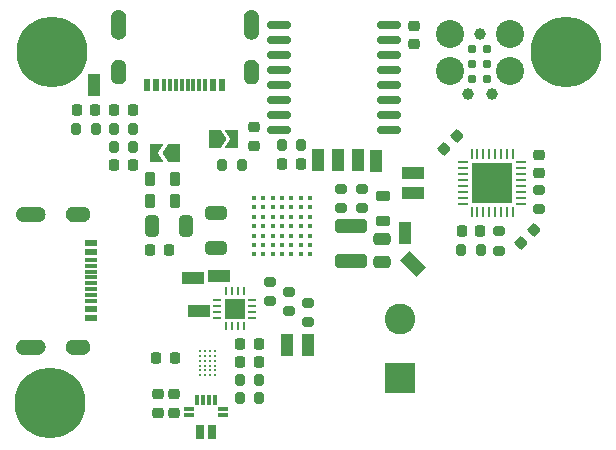
<source format=gbr>
%TF.GenerationSoftware,KiCad,Pcbnew,(6.0.2)*%
%TF.CreationDate,2022-07-06T09:12:25-05:00*%
%TF.ProjectId,pdsupply-PPS,70647375-7070-46c7-992d-5050532e6b69,rev?*%
%TF.SameCoordinates,Original*%
%TF.FileFunction,Soldermask,Top*%
%TF.FilePolarity,Negative*%
%FSLAX46Y46*%
G04 Gerber Fmt 4.6, Leading zero omitted, Abs format (unit mm)*
G04 Created by KiCad (PCBNEW (6.0.2)) date 2022-07-06 09:12:25*
%MOMM*%
%LPD*%
G01*
G04 APERTURE LIST*
G04 Aperture macros list*
%AMRoundRect*
0 Rectangle with rounded corners*
0 $1 Rounding radius*
0 $2 $3 $4 $5 $6 $7 $8 $9 X,Y pos of 4 corners*
0 Add a 4 corners polygon primitive as box body*
4,1,4,$2,$3,$4,$5,$6,$7,$8,$9,$2,$3,0*
0 Add four circle primitives for the rounded corners*
1,1,$1+$1,$2,$3*
1,1,$1+$1,$4,$5*
1,1,$1+$1,$6,$7*
1,1,$1+$1,$8,$9*
0 Add four rect primitives between the rounded corners*
20,1,$1+$1,$2,$3,$4,$5,0*
20,1,$1+$1,$4,$5,$6,$7,0*
20,1,$1+$1,$6,$7,$8,$9,0*
20,1,$1+$1,$8,$9,$2,$3,0*%
%AMRotRect*
0 Rectangle, with rotation*
0 The origin of the aperture is its center*
0 $1 length*
0 $2 width*
0 $3 Rotation angle, in degrees counterclockwise*
0 Add horizontal line*
21,1,$1,$2,0,0,$3*%
%AMFreePoly0*
4,1,6,1.000000,0.000000,0.500000,-0.750000,-0.500000,-0.750000,-0.500000,0.750000,0.500000,0.750000,1.000000,0.000000,1.000000,0.000000,$1*%
%AMFreePoly1*
4,1,6,0.500000,-0.750000,-0.650000,-0.750000,-0.150000,0.000000,-0.650000,0.750000,0.500000,0.750000,0.500000,-0.750000,0.500000,-0.750000,$1*%
G04 Aperture macros list end*
%ADD10C,0.010000*%
%ADD11RoundRect,0.150000X-0.875000X-0.150000X0.875000X-0.150000X0.875000X0.150000X-0.875000X0.150000X0*%
%ADD12RoundRect,0.250000X-0.325000X-0.650000X0.325000X-0.650000X0.325000X0.650000X-0.325000X0.650000X0*%
%ADD13RoundRect,0.200000X-0.200000X-0.275000X0.200000X-0.275000X0.200000X0.275000X-0.200000X0.275000X0*%
%ADD14RoundRect,0.200000X-0.275000X0.200000X-0.275000X-0.200000X0.275000X-0.200000X0.275000X0.200000X0*%
%ADD15RoundRect,0.225000X-0.225000X-0.250000X0.225000X-0.250000X0.225000X0.250000X-0.225000X0.250000X0*%
%ADD16R,1.100000X0.600000*%
%ADD17R,1.100000X0.300000*%
%ADD18RoundRect,0.225000X0.017678X-0.335876X0.335876X-0.017678X-0.017678X0.335876X-0.335876X0.017678X0*%
%ADD19FreePoly0,0.000000*%
%ADD20FreePoly1,0.000000*%
%ADD21R,2.600000X2.600000*%
%ADD22C,2.600000*%
%ADD23R,1.100000X1.950000*%
%ADD24RoundRect,0.225000X-0.250000X0.225000X-0.250000X-0.225000X0.250000X-0.225000X0.250000X0.225000X0*%
%ADD25RoundRect,0.200000X0.275000X-0.200000X0.275000X0.200000X-0.275000X0.200000X-0.275000X-0.200000X0*%
%ADD26RotRect,1.950000X1.100000X135.000000*%
%ADD27RoundRect,0.225000X0.250000X-0.225000X0.250000X0.225000X-0.250000X0.225000X-0.250000X-0.225000X0*%
%ADD28RoundRect,0.218750X-0.381250X0.218750X-0.381250X-0.218750X0.381250X-0.218750X0.381250X0.218750X0*%
%ADD29RoundRect,0.200000X0.200000X0.275000X-0.200000X0.275000X-0.200000X-0.275000X0.200000X-0.275000X0*%
%ADD30R,1.950000X1.100000*%
%ADD31RoundRect,0.218750X-0.218750X-0.256250X0.218750X-0.256250X0.218750X0.256250X-0.218750X0.256250X0*%
%ADD32RoundRect,0.225000X0.225000X0.250000X-0.225000X0.250000X-0.225000X-0.250000X0.225000X-0.250000X0*%
%ADD33RoundRect,0.218750X-0.218750X-0.381250X0.218750X-0.381250X0.218750X0.381250X-0.218750X0.381250X0*%
%ADD34RoundRect,0.062500X-0.312500X-0.062500X0.312500X-0.062500X0.312500X0.062500X-0.312500X0.062500X0*%
%ADD35RoundRect,0.062500X-0.062500X-0.312500X0.062500X-0.312500X0.062500X0.312500X-0.062500X0.312500X0*%
%ADD36R,1.750000X1.750000*%
%ADD37RoundRect,0.250000X-0.475000X0.250000X-0.475000X-0.250000X0.475000X-0.250000X0.475000X0.250000X0*%
%ADD38RoundRect,0.225000X-0.017678X0.335876X-0.335876X0.017678X0.017678X-0.335876X0.335876X-0.017678X0*%
%ADD39FreePoly0,180.000000*%
%ADD40FreePoly1,180.000000*%
%ADD41C,0.208000*%
%ADD42C,0.450000*%
%ADD43C,6.000000*%
%ADD44C,0.990600*%
%ADD45C,2.374900*%
%ADD46C,0.787400*%
%ADD47R,0.600000X1.100000*%
%ADD48R,0.300000X1.100000*%
%ADD49RoundRect,0.218750X0.218750X0.256250X-0.218750X0.256250X-0.218750X-0.256250X0.218750X-0.256250X0*%
%ADD50RoundRect,0.250000X-1.100000X0.325000X-1.100000X-0.325000X1.100000X-0.325000X1.100000X0.325000X0*%
%ADD51R,0.800000X1.270000*%
%ADD52R,0.850000X0.300000*%
%ADD53R,0.300000X0.850000*%
%ADD54RoundRect,0.062500X0.375000X0.062500X-0.375000X0.062500X-0.375000X-0.062500X0.375000X-0.062500X0*%
%ADD55RoundRect,0.062500X0.062500X0.375000X-0.062500X0.375000X-0.062500X-0.375000X0.062500X-0.375000X0*%
%ADD56R,3.450000X3.450000*%
%ADD57RoundRect,0.250000X-0.650000X0.325000X-0.650000X-0.325000X0.650000X-0.325000X0.650000X0.325000X0*%
G04 APERTURE END LIST*
D10*
%TO.C,J1*%
X107796447Y-99971447D02*
X108996447Y-99971447D01*
X108996447Y-99971447D02*
X109027447Y-99972447D01*
X109027447Y-99972447D02*
X109059447Y-99974447D01*
X109059447Y-99974447D02*
X109090447Y-99978447D01*
X109090447Y-99978447D02*
X109121447Y-99984447D01*
X109121447Y-99984447D02*
X109151447Y-99991447D01*
X109151447Y-99991447D02*
X109181447Y-100000447D01*
X109181447Y-100000447D02*
X109211447Y-100011447D01*
X109211447Y-100011447D02*
X109240447Y-100023447D01*
X109240447Y-100023447D02*
X109268447Y-100036447D01*
X109268447Y-100036447D02*
X109296447Y-100051447D01*
X109296447Y-100051447D02*
X109323447Y-100068447D01*
X109323447Y-100068447D02*
X109349447Y-100086447D01*
X109349447Y-100086447D02*
X109374447Y-100105447D01*
X109374447Y-100105447D02*
X109397447Y-100125447D01*
X109397447Y-100125447D02*
X109420447Y-100147447D01*
X109420447Y-100147447D02*
X109442447Y-100170447D01*
X109442447Y-100170447D02*
X109462447Y-100193447D01*
X109462447Y-100193447D02*
X109481447Y-100218447D01*
X109481447Y-100218447D02*
X109499447Y-100244447D01*
X109499447Y-100244447D02*
X109516447Y-100271447D01*
X109516447Y-100271447D02*
X109531447Y-100299447D01*
X109531447Y-100299447D02*
X109544447Y-100327447D01*
X109544447Y-100327447D02*
X109556447Y-100356447D01*
X109556447Y-100356447D02*
X109567447Y-100386447D01*
X109567447Y-100386447D02*
X109576447Y-100416447D01*
X109576447Y-100416447D02*
X109583447Y-100446447D01*
X109583447Y-100446447D02*
X109589447Y-100477447D01*
X109589447Y-100477447D02*
X109593447Y-100508447D01*
X109593447Y-100508447D02*
X109595447Y-100540447D01*
X109595447Y-100540447D02*
X109596447Y-100571447D01*
X109596447Y-100571447D02*
X109595447Y-100602447D01*
X109595447Y-100602447D02*
X109593447Y-100634447D01*
X109593447Y-100634447D02*
X109589447Y-100665447D01*
X109589447Y-100665447D02*
X109583447Y-100696447D01*
X109583447Y-100696447D02*
X109576447Y-100726447D01*
X109576447Y-100726447D02*
X109567447Y-100756447D01*
X109567447Y-100756447D02*
X109556447Y-100786447D01*
X109556447Y-100786447D02*
X109544447Y-100815447D01*
X109544447Y-100815447D02*
X109531447Y-100843447D01*
X109531447Y-100843447D02*
X109516447Y-100871447D01*
X109516447Y-100871447D02*
X109499447Y-100898447D01*
X109499447Y-100898447D02*
X109481447Y-100924447D01*
X109481447Y-100924447D02*
X109462447Y-100949447D01*
X109462447Y-100949447D02*
X109442447Y-100972447D01*
X109442447Y-100972447D02*
X109420447Y-100995447D01*
X109420447Y-100995447D02*
X109397447Y-101017447D01*
X109397447Y-101017447D02*
X109374447Y-101037447D01*
X109374447Y-101037447D02*
X109349447Y-101056447D01*
X109349447Y-101056447D02*
X109323447Y-101074447D01*
X109323447Y-101074447D02*
X109296447Y-101091447D01*
X109296447Y-101091447D02*
X109268447Y-101106447D01*
X109268447Y-101106447D02*
X109240447Y-101119447D01*
X109240447Y-101119447D02*
X109211447Y-101131447D01*
X109211447Y-101131447D02*
X109181447Y-101142447D01*
X109181447Y-101142447D02*
X109151447Y-101151447D01*
X109151447Y-101151447D02*
X109121447Y-101158447D01*
X109121447Y-101158447D02*
X109090447Y-101164447D01*
X109090447Y-101164447D02*
X109059447Y-101168447D01*
X109059447Y-101168447D02*
X109027447Y-101170447D01*
X109027447Y-101170447D02*
X108996447Y-101171447D01*
X108996447Y-101171447D02*
X107796447Y-101171447D01*
X107796447Y-101171447D02*
X107765447Y-101170447D01*
X107765447Y-101170447D02*
X107733447Y-101168447D01*
X107733447Y-101168447D02*
X107702447Y-101164447D01*
X107702447Y-101164447D02*
X107671447Y-101158447D01*
X107671447Y-101158447D02*
X107641447Y-101151447D01*
X107641447Y-101151447D02*
X107611447Y-101142447D01*
X107611447Y-101142447D02*
X107581447Y-101131447D01*
X107581447Y-101131447D02*
X107552447Y-101119447D01*
X107552447Y-101119447D02*
X107524447Y-101106447D01*
X107524447Y-101106447D02*
X107496447Y-101091447D01*
X107496447Y-101091447D02*
X107469447Y-101074447D01*
X107469447Y-101074447D02*
X107443447Y-101056447D01*
X107443447Y-101056447D02*
X107418447Y-101037447D01*
X107418447Y-101037447D02*
X107395447Y-101017447D01*
X107395447Y-101017447D02*
X107372447Y-100995447D01*
X107372447Y-100995447D02*
X107350447Y-100972447D01*
X107350447Y-100972447D02*
X107330447Y-100949447D01*
X107330447Y-100949447D02*
X107311447Y-100924447D01*
X107311447Y-100924447D02*
X107293447Y-100898447D01*
X107293447Y-100898447D02*
X107276447Y-100871447D01*
X107276447Y-100871447D02*
X107261447Y-100843447D01*
X107261447Y-100843447D02*
X107248447Y-100815447D01*
X107248447Y-100815447D02*
X107236447Y-100786447D01*
X107236447Y-100786447D02*
X107225447Y-100756447D01*
X107225447Y-100756447D02*
X107216447Y-100726447D01*
X107216447Y-100726447D02*
X107209447Y-100696447D01*
X107209447Y-100696447D02*
X107203447Y-100665447D01*
X107203447Y-100665447D02*
X107199447Y-100634447D01*
X107199447Y-100634447D02*
X107197447Y-100602447D01*
X107197447Y-100602447D02*
X107196447Y-100571447D01*
X107196447Y-100571447D02*
X107197447Y-100540447D01*
X107197447Y-100540447D02*
X107199447Y-100508447D01*
X107199447Y-100508447D02*
X107203447Y-100477447D01*
X107203447Y-100477447D02*
X107209447Y-100446447D01*
X107209447Y-100446447D02*
X107216447Y-100416447D01*
X107216447Y-100416447D02*
X107225447Y-100386447D01*
X107225447Y-100386447D02*
X107236447Y-100356447D01*
X107236447Y-100356447D02*
X107248447Y-100327447D01*
X107248447Y-100327447D02*
X107261447Y-100299447D01*
X107261447Y-100299447D02*
X107276447Y-100271447D01*
X107276447Y-100271447D02*
X107293447Y-100244447D01*
X107293447Y-100244447D02*
X107311447Y-100218447D01*
X107311447Y-100218447D02*
X107330447Y-100193447D01*
X107330447Y-100193447D02*
X107350447Y-100170447D01*
X107350447Y-100170447D02*
X107372447Y-100147447D01*
X107372447Y-100147447D02*
X107395447Y-100125447D01*
X107395447Y-100125447D02*
X107418447Y-100105447D01*
X107418447Y-100105447D02*
X107443447Y-100086447D01*
X107443447Y-100086447D02*
X107469447Y-100068447D01*
X107469447Y-100068447D02*
X107496447Y-100051447D01*
X107496447Y-100051447D02*
X107524447Y-100036447D01*
X107524447Y-100036447D02*
X107552447Y-100023447D01*
X107552447Y-100023447D02*
X107581447Y-100011447D01*
X107581447Y-100011447D02*
X107611447Y-100000447D01*
X107611447Y-100000447D02*
X107641447Y-99991447D01*
X107641447Y-99991447D02*
X107671447Y-99984447D01*
X107671447Y-99984447D02*
X107702447Y-99978447D01*
X107702447Y-99978447D02*
X107733447Y-99974447D01*
X107733447Y-99974447D02*
X107765447Y-99972447D01*
X107765447Y-99972447D02*
X107796447Y-99971447D01*
X107796447Y-99971447D02*
X107796447Y-99971447D01*
G36*
X109027447Y-99972447D02*
G01*
X109059447Y-99974447D01*
X109090447Y-99978447D01*
X109121447Y-99984447D01*
X109151447Y-99991447D01*
X109181447Y-100000447D01*
X109211447Y-100011447D01*
X109240447Y-100023447D01*
X109268447Y-100036447D01*
X109296447Y-100051447D01*
X109323447Y-100068447D01*
X109349447Y-100086447D01*
X109374447Y-100105447D01*
X109397447Y-100125447D01*
X109420447Y-100147447D01*
X109442447Y-100170447D01*
X109462447Y-100193447D01*
X109481447Y-100218447D01*
X109499447Y-100244447D01*
X109516447Y-100271447D01*
X109531447Y-100299447D01*
X109544447Y-100327447D01*
X109556447Y-100356447D01*
X109567447Y-100386447D01*
X109576447Y-100416447D01*
X109583447Y-100446447D01*
X109589447Y-100477447D01*
X109593447Y-100508447D01*
X109595447Y-100540447D01*
X109596447Y-100571447D01*
X109595447Y-100602447D01*
X109593447Y-100634447D01*
X109589447Y-100665447D01*
X109583447Y-100696447D01*
X109576447Y-100726447D01*
X109567447Y-100756447D01*
X109556447Y-100786447D01*
X109544447Y-100815447D01*
X109531447Y-100843447D01*
X109516447Y-100871447D01*
X109499447Y-100898447D01*
X109481447Y-100924447D01*
X109462447Y-100949447D01*
X109442447Y-100972447D01*
X109420447Y-100995447D01*
X109397447Y-101017447D01*
X109374447Y-101037447D01*
X109349447Y-101056447D01*
X109323447Y-101074447D01*
X109296447Y-101091447D01*
X109268447Y-101106447D01*
X109240447Y-101119447D01*
X109211447Y-101131447D01*
X109181447Y-101142447D01*
X109151447Y-101151447D01*
X109121447Y-101158447D01*
X109090447Y-101164447D01*
X109059447Y-101168447D01*
X109027447Y-101170447D01*
X108996447Y-101171447D01*
X107796447Y-101171447D01*
X107765447Y-101170447D01*
X107733447Y-101168447D01*
X107702447Y-101164447D01*
X107671447Y-101158447D01*
X107641447Y-101151447D01*
X107611447Y-101142447D01*
X107581447Y-101131447D01*
X107552447Y-101119447D01*
X107524447Y-101106447D01*
X107496447Y-101091447D01*
X107469447Y-101074447D01*
X107443447Y-101056447D01*
X107418447Y-101037447D01*
X107395447Y-101017447D01*
X107372447Y-100995447D01*
X107350447Y-100972447D01*
X107330447Y-100949447D01*
X107311447Y-100924447D01*
X107293447Y-100898447D01*
X107276447Y-100871447D01*
X107261447Y-100843447D01*
X107248447Y-100815447D01*
X107236447Y-100786447D01*
X107225447Y-100756447D01*
X107216447Y-100726447D01*
X107209447Y-100696447D01*
X107203447Y-100665447D01*
X107199447Y-100634447D01*
X107197447Y-100602447D01*
X107196447Y-100571447D01*
X107197447Y-100540447D01*
X107199447Y-100508447D01*
X107203447Y-100477447D01*
X107209447Y-100446447D01*
X107216447Y-100416447D01*
X107225447Y-100386447D01*
X107236447Y-100356447D01*
X107248447Y-100327447D01*
X107261447Y-100299447D01*
X107276447Y-100271447D01*
X107293447Y-100244447D01*
X107311447Y-100218447D01*
X107330447Y-100193447D01*
X107350447Y-100170447D01*
X107372447Y-100147447D01*
X107395447Y-100125447D01*
X107418447Y-100105447D01*
X107443447Y-100086447D01*
X107469447Y-100068447D01*
X107496447Y-100051447D01*
X107524447Y-100036447D01*
X107552447Y-100023447D01*
X107581447Y-100011447D01*
X107611447Y-100000447D01*
X107641447Y-99991447D01*
X107671447Y-99984447D01*
X107702447Y-99978447D01*
X107733447Y-99974447D01*
X107765447Y-99972447D01*
X107796447Y-99971447D01*
X108996447Y-99971447D01*
X109027447Y-99972447D01*
G37*
X109027447Y-99972447D02*
X109059447Y-99974447D01*
X109090447Y-99978447D01*
X109121447Y-99984447D01*
X109151447Y-99991447D01*
X109181447Y-100000447D01*
X109211447Y-100011447D01*
X109240447Y-100023447D01*
X109268447Y-100036447D01*
X109296447Y-100051447D01*
X109323447Y-100068447D01*
X109349447Y-100086447D01*
X109374447Y-100105447D01*
X109397447Y-100125447D01*
X109420447Y-100147447D01*
X109442447Y-100170447D01*
X109462447Y-100193447D01*
X109481447Y-100218447D01*
X109499447Y-100244447D01*
X109516447Y-100271447D01*
X109531447Y-100299447D01*
X109544447Y-100327447D01*
X109556447Y-100356447D01*
X109567447Y-100386447D01*
X109576447Y-100416447D01*
X109583447Y-100446447D01*
X109589447Y-100477447D01*
X109593447Y-100508447D01*
X109595447Y-100540447D01*
X109596447Y-100571447D01*
X109595447Y-100602447D01*
X109593447Y-100634447D01*
X109589447Y-100665447D01*
X109583447Y-100696447D01*
X109576447Y-100726447D01*
X109567447Y-100756447D01*
X109556447Y-100786447D01*
X109544447Y-100815447D01*
X109531447Y-100843447D01*
X109516447Y-100871447D01*
X109499447Y-100898447D01*
X109481447Y-100924447D01*
X109462447Y-100949447D01*
X109442447Y-100972447D01*
X109420447Y-100995447D01*
X109397447Y-101017447D01*
X109374447Y-101037447D01*
X109349447Y-101056447D01*
X109323447Y-101074447D01*
X109296447Y-101091447D01*
X109268447Y-101106447D01*
X109240447Y-101119447D01*
X109211447Y-101131447D01*
X109181447Y-101142447D01*
X109151447Y-101151447D01*
X109121447Y-101158447D01*
X109090447Y-101164447D01*
X109059447Y-101168447D01*
X109027447Y-101170447D01*
X108996447Y-101171447D01*
X107796447Y-101171447D01*
X107765447Y-101170447D01*
X107733447Y-101168447D01*
X107702447Y-101164447D01*
X107671447Y-101158447D01*
X107641447Y-101151447D01*
X107611447Y-101142447D01*
X107581447Y-101131447D01*
X107552447Y-101119447D01*
X107524447Y-101106447D01*
X107496447Y-101091447D01*
X107469447Y-101074447D01*
X107443447Y-101056447D01*
X107418447Y-101037447D01*
X107395447Y-101017447D01*
X107372447Y-100995447D01*
X107350447Y-100972447D01*
X107330447Y-100949447D01*
X107311447Y-100924447D01*
X107293447Y-100898447D01*
X107276447Y-100871447D01*
X107261447Y-100843447D01*
X107248447Y-100815447D01*
X107236447Y-100786447D01*
X107225447Y-100756447D01*
X107216447Y-100726447D01*
X107209447Y-100696447D01*
X107203447Y-100665447D01*
X107199447Y-100634447D01*
X107197447Y-100602447D01*
X107196447Y-100571447D01*
X107197447Y-100540447D01*
X107199447Y-100508447D01*
X107203447Y-100477447D01*
X107209447Y-100446447D01*
X107216447Y-100416447D01*
X107225447Y-100386447D01*
X107236447Y-100356447D01*
X107248447Y-100327447D01*
X107261447Y-100299447D01*
X107276447Y-100271447D01*
X107293447Y-100244447D01*
X107311447Y-100218447D01*
X107330447Y-100193447D01*
X107350447Y-100170447D01*
X107372447Y-100147447D01*
X107395447Y-100125447D01*
X107418447Y-100105447D01*
X107443447Y-100086447D01*
X107469447Y-100068447D01*
X107496447Y-100051447D01*
X107524447Y-100036447D01*
X107552447Y-100023447D01*
X107581447Y-100011447D01*
X107611447Y-100000447D01*
X107641447Y-99991447D01*
X107671447Y-99984447D01*
X107702447Y-99978447D01*
X107733447Y-99974447D01*
X107765447Y-99972447D01*
X107796447Y-99971447D01*
X108996447Y-99971447D01*
X109027447Y-99972447D01*
X111996447Y-111211447D02*
X112796447Y-111211447D01*
X112796447Y-111211447D02*
X112827447Y-111212447D01*
X112827447Y-111212447D02*
X112859447Y-111214447D01*
X112859447Y-111214447D02*
X112890447Y-111218447D01*
X112890447Y-111218447D02*
X112921447Y-111224447D01*
X112921447Y-111224447D02*
X112951447Y-111231447D01*
X112951447Y-111231447D02*
X112981447Y-111240447D01*
X112981447Y-111240447D02*
X113011447Y-111251447D01*
X113011447Y-111251447D02*
X113040447Y-111263447D01*
X113040447Y-111263447D02*
X113068447Y-111276447D01*
X113068447Y-111276447D02*
X113096447Y-111291447D01*
X113096447Y-111291447D02*
X113123447Y-111308447D01*
X113123447Y-111308447D02*
X113149447Y-111326447D01*
X113149447Y-111326447D02*
X113174447Y-111345447D01*
X113174447Y-111345447D02*
X113197447Y-111365447D01*
X113197447Y-111365447D02*
X113220447Y-111387447D01*
X113220447Y-111387447D02*
X113242447Y-111410447D01*
X113242447Y-111410447D02*
X113262447Y-111433447D01*
X113262447Y-111433447D02*
X113281447Y-111458447D01*
X113281447Y-111458447D02*
X113299447Y-111484447D01*
X113299447Y-111484447D02*
X113316447Y-111511447D01*
X113316447Y-111511447D02*
X113331447Y-111539447D01*
X113331447Y-111539447D02*
X113344447Y-111567447D01*
X113344447Y-111567447D02*
X113356447Y-111596447D01*
X113356447Y-111596447D02*
X113367447Y-111626447D01*
X113367447Y-111626447D02*
X113376447Y-111656447D01*
X113376447Y-111656447D02*
X113383447Y-111686447D01*
X113383447Y-111686447D02*
X113389447Y-111717447D01*
X113389447Y-111717447D02*
X113393447Y-111748447D01*
X113393447Y-111748447D02*
X113395447Y-111780447D01*
X113395447Y-111780447D02*
X113396447Y-111811447D01*
X113396447Y-111811447D02*
X113395447Y-111842447D01*
X113395447Y-111842447D02*
X113393447Y-111874447D01*
X113393447Y-111874447D02*
X113389447Y-111905447D01*
X113389447Y-111905447D02*
X113383447Y-111936447D01*
X113383447Y-111936447D02*
X113376447Y-111966447D01*
X113376447Y-111966447D02*
X113367447Y-111996447D01*
X113367447Y-111996447D02*
X113356447Y-112026447D01*
X113356447Y-112026447D02*
X113344447Y-112055447D01*
X113344447Y-112055447D02*
X113331447Y-112083447D01*
X113331447Y-112083447D02*
X113316447Y-112111447D01*
X113316447Y-112111447D02*
X113299447Y-112138447D01*
X113299447Y-112138447D02*
X113281447Y-112164447D01*
X113281447Y-112164447D02*
X113262447Y-112189447D01*
X113262447Y-112189447D02*
X113242447Y-112212447D01*
X113242447Y-112212447D02*
X113220447Y-112235447D01*
X113220447Y-112235447D02*
X113197447Y-112257447D01*
X113197447Y-112257447D02*
X113174447Y-112277447D01*
X113174447Y-112277447D02*
X113149447Y-112296447D01*
X113149447Y-112296447D02*
X113123447Y-112314447D01*
X113123447Y-112314447D02*
X113096447Y-112331447D01*
X113096447Y-112331447D02*
X113068447Y-112346447D01*
X113068447Y-112346447D02*
X113040447Y-112359447D01*
X113040447Y-112359447D02*
X113011447Y-112371447D01*
X113011447Y-112371447D02*
X112981447Y-112382447D01*
X112981447Y-112382447D02*
X112951447Y-112391447D01*
X112951447Y-112391447D02*
X112921447Y-112398447D01*
X112921447Y-112398447D02*
X112890447Y-112404447D01*
X112890447Y-112404447D02*
X112859447Y-112408447D01*
X112859447Y-112408447D02*
X112827447Y-112410447D01*
X112827447Y-112410447D02*
X112796447Y-112411447D01*
X112796447Y-112411447D02*
X111996447Y-112411447D01*
X111996447Y-112411447D02*
X111965447Y-112410447D01*
X111965447Y-112410447D02*
X111933447Y-112408447D01*
X111933447Y-112408447D02*
X111902447Y-112404447D01*
X111902447Y-112404447D02*
X111871447Y-112398447D01*
X111871447Y-112398447D02*
X111841447Y-112391447D01*
X111841447Y-112391447D02*
X111811447Y-112382447D01*
X111811447Y-112382447D02*
X111781447Y-112371447D01*
X111781447Y-112371447D02*
X111752447Y-112359447D01*
X111752447Y-112359447D02*
X111724447Y-112346447D01*
X111724447Y-112346447D02*
X111696447Y-112331447D01*
X111696447Y-112331447D02*
X111669447Y-112314447D01*
X111669447Y-112314447D02*
X111643447Y-112296447D01*
X111643447Y-112296447D02*
X111618447Y-112277447D01*
X111618447Y-112277447D02*
X111595447Y-112257447D01*
X111595447Y-112257447D02*
X111572447Y-112235447D01*
X111572447Y-112235447D02*
X111550447Y-112212447D01*
X111550447Y-112212447D02*
X111530447Y-112189447D01*
X111530447Y-112189447D02*
X111511447Y-112164447D01*
X111511447Y-112164447D02*
X111493447Y-112138447D01*
X111493447Y-112138447D02*
X111476447Y-112111447D01*
X111476447Y-112111447D02*
X111461447Y-112083447D01*
X111461447Y-112083447D02*
X111448447Y-112055447D01*
X111448447Y-112055447D02*
X111436447Y-112026447D01*
X111436447Y-112026447D02*
X111425447Y-111996447D01*
X111425447Y-111996447D02*
X111416447Y-111966447D01*
X111416447Y-111966447D02*
X111409447Y-111936447D01*
X111409447Y-111936447D02*
X111403447Y-111905447D01*
X111403447Y-111905447D02*
X111399447Y-111874447D01*
X111399447Y-111874447D02*
X111397447Y-111842447D01*
X111397447Y-111842447D02*
X111396447Y-111811447D01*
X111396447Y-111811447D02*
X111397447Y-111780447D01*
X111397447Y-111780447D02*
X111399447Y-111748447D01*
X111399447Y-111748447D02*
X111403447Y-111717447D01*
X111403447Y-111717447D02*
X111409447Y-111686447D01*
X111409447Y-111686447D02*
X111416447Y-111656447D01*
X111416447Y-111656447D02*
X111425447Y-111626447D01*
X111425447Y-111626447D02*
X111436447Y-111596447D01*
X111436447Y-111596447D02*
X111448447Y-111567447D01*
X111448447Y-111567447D02*
X111461447Y-111539447D01*
X111461447Y-111539447D02*
X111476447Y-111511447D01*
X111476447Y-111511447D02*
X111493447Y-111484447D01*
X111493447Y-111484447D02*
X111511447Y-111458447D01*
X111511447Y-111458447D02*
X111530447Y-111433447D01*
X111530447Y-111433447D02*
X111550447Y-111410447D01*
X111550447Y-111410447D02*
X111572447Y-111387447D01*
X111572447Y-111387447D02*
X111595447Y-111365447D01*
X111595447Y-111365447D02*
X111618447Y-111345447D01*
X111618447Y-111345447D02*
X111643447Y-111326447D01*
X111643447Y-111326447D02*
X111669447Y-111308447D01*
X111669447Y-111308447D02*
X111696447Y-111291447D01*
X111696447Y-111291447D02*
X111724447Y-111276447D01*
X111724447Y-111276447D02*
X111752447Y-111263447D01*
X111752447Y-111263447D02*
X111781447Y-111251447D01*
X111781447Y-111251447D02*
X111811447Y-111240447D01*
X111811447Y-111240447D02*
X111841447Y-111231447D01*
X111841447Y-111231447D02*
X111871447Y-111224447D01*
X111871447Y-111224447D02*
X111902447Y-111218447D01*
X111902447Y-111218447D02*
X111933447Y-111214447D01*
X111933447Y-111214447D02*
X111965447Y-111212447D01*
X111965447Y-111212447D02*
X111996447Y-111211447D01*
X111996447Y-111211447D02*
X111996447Y-111211447D01*
G36*
X112827447Y-111212447D02*
G01*
X112859447Y-111214447D01*
X112890447Y-111218447D01*
X112921447Y-111224447D01*
X112951447Y-111231447D01*
X112981447Y-111240447D01*
X113011447Y-111251447D01*
X113040447Y-111263447D01*
X113068447Y-111276447D01*
X113096447Y-111291447D01*
X113123447Y-111308447D01*
X113149447Y-111326447D01*
X113174447Y-111345447D01*
X113197447Y-111365447D01*
X113220447Y-111387447D01*
X113242447Y-111410447D01*
X113262447Y-111433447D01*
X113281447Y-111458447D01*
X113299447Y-111484447D01*
X113316447Y-111511447D01*
X113331447Y-111539447D01*
X113344447Y-111567447D01*
X113356447Y-111596447D01*
X113367447Y-111626447D01*
X113376447Y-111656447D01*
X113383447Y-111686447D01*
X113389447Y-111717447D01*
X113393447Y-111748447D01*
X113395447Y-111780447D01*
X113396447Y-111811447D01*
X113395447Y-111842447D01*
X113393447Y-111874447D01*
X113389447Y-111905447D01*
X113383447Y-111936447D01*
X113376447Y-111966447D01*
X113367447Y-111996447D01*
X113356447Y-112026447D01*
X113344447Y-112055447D01*
X113331447Y-112083447D01*
X113316447Y-112111447D01*
X113299447Y-112138447D01*
X113281447Y-112164447D01*
X113262447Y-112189447D01*
X113242447Y-112212447D01*
X113220447Y-112235447D01*
X113197447Y-112257447D01*
X113174447Y-112277447D01*
X113149447Y-112296447D01*
X113123447Y-112314447D01*
X113096447Y-112331447D01*
X113068447Y-112346447D01*
X113040447Y-112359447D01*
X113011447Y-112371447D01*
X112981447Y-112382447D01*
X112951447Y-112391447D01*
X112921447Y-112398447D01*
X112890447Y-112404447D01*
X112859447Y-112408447D01*
X112827447Y-112410447D01*
X112796447Y-112411447D01*
X111996447Y-112411447D01*
X111965447Y-112410447D01*
X111933447Y-112408447D01*
X111902447Y-112404447D01*
X111871447Y-112398447D01*
X111841447Y-112391447D01*
X111811447Y-112382447D01*
X111781447Y-112371447D01*
X111752447Y-112359447D01*
X111724447Y-112346447D01*
X111696447Y-112331447D01*
X111669447Y-112314447D01*
X111643447Y-112296447D01*
X111618447Y-112277447D01*
X111595447Y-112257447D01*
X111572447Y-112235447D01*
X111550447Y-112212447D01*
X111530447Y-112189447D01*
X111511447Y-112164447D01*
X111493447Y-112138447D01*
X111476447Y-112111447D01*
X111461447Y-112083447D01*
X111448447Y-112055447D01*
X111436447Y-112026447D01*
X111425447Y-111996447D01*
X111416447Y-111966447D01*
X111409447Y-111936447D01*
X111403447Y-111905447D01*
X111399447Y-111874447D01*
X111397447Y-111842447D01*
X111396447Y-111811447D01*
X111397447Y-111780447D01*
X111399447Y-111748447D01*
X111403447Y-111717447D01*
X111409447Y-111686447D01*
X111416447Y-111656447D01*
X111425447Y-111626447D01*
X111436447Y-111596447D01*
X111448447Y-111567447D01*
X111461447Y-111539447D01*
X111476447Y-111511447D01*
X111493447Y-111484447D01*
X111511447Y-111458447D01*
X111530447Y-111433447D01*
X111550447Y-111410447D01*
X111572447Y-111387447D01*
X111595447Y-111365447D01*
X111618447Y-111345447D01*
X111643447Y-111326447D01*
X111669447Y-111308447D01*
X111696447Y-111291447D01*
X111724447Y-111276447D01*
X111752447Y-111263447D01*
X111781447Y-111251447D01*
X111811447Y-111240447D01*
X111841447Y-111231447D01*
X111871447Y-111224447D01*
X111902447Y-111218447D01*
X111933447Y-111214447D01*
X111965447Y-111212447D01*
X111996447Y-111211447D01*
X112796447Y-111211447D01*
X112827447Y-111212447D01*
G37*
X112827447Y-111212447D02*
X112859447Y-111214447D01*
X112890447Y-111218447D01*
X112921447Y-111224447D01*
X112951447Y-111231447D01*
X112981447Y-111240447D01*
X113011447Y-111251447D01*
X113040447Y-111263447D01*
X113068447Y-111276447D01*
X113096447Y-111291447D01*
X113123447Y-111308447D01*
X113149447Y-111326447D01*
X113174447Y-111345447D01*
X113197447Y-111365447D01*
X113220447Y-111387447D01*
X113242447Y-111410447D01*
X113262447Y-111433447D01*
X113281447Y-111458447D01*
X113299447Y-111484447D01*
X113316447Y-111511447D01*
X113331447Y-111539447D01*
X113344447Y-111567447D01*
X113356447Y-111596447D01*
X113367447Y-111626447D01*
X113376447Y-111656447D01*
X113383447Y-111686447D01*
X113389447Y-111717447D01*
X113393447Y-111748447D01*
X113395447Y-111780447D01*
X113396447Y-111811447D01*
X113395447Y-111842447D01*
X113393447Y-111874447D01*
X113389447Y-111905447D01*
X113383447Y-111936447D01*
X113376447Y-111966447D01*
X113367447Y-111996447D01*
X113356447Y-112026447D01*
X113344447Y-112055447D01*
X113331447Y-112083447D01*
X113316447Y-112111447D01*
X113299447Y-112138447D01*
X113281447Y-112164447D01*
X113262447Y-112189447D01*
X113242447Y-112212447D01*
X113220447Y-112235447D01*
X113197447Y-112257447D01*
X113174447Y-112277447D01*
X113149447Y-112296447D01*
X113123447Y-112314447D01*
X113096447Y-112331447D01*
X113068447Y-112346447D01*
X113040447Y-112359447D01*
X113011447Y-112371447D01*
X112981447Y-112382447D01*
X112951447Y-112391447D01*
X112921447Y-112398447D01*
X112890447Y-112404447D01*
X112859447Y-112408447D01*
X112827447Y-112410447D01*
X112796447Y-112411447D01*
X111996447Y-112411447D01*
X111965447Y-112410447D01*
X111933447Y-112408447D01*
X111902447Y-112404447D01*
X111871447Y-112398447D01*
X111841447Y-112391447D01*
X111811447Y-112382447D01*
X111781447Y-112371447D01*
X111752447Y-112359447D01*
X111724447Y-112346447D01*
X111696447Y-112331447D01*
X111669447Y-112314447D01*
X111643447Y-112296447D01*
X111618447Y-112277447D01*
X111595447Y-112257447D01*
X111572447Y-112235447D01*
X111550447Y-112212447D01*
X111530447Y-112189447D01*
X111511447Y-112164447D01*
X111493447Y-112138447D01*
X111476447Y-112111447D01*
X111461447Y-112083447D01*
X111448447Y-112055447D01*
X111436447Y-112026447D01*
X111425447Y-111996447D01*
X111416447Y-111966447D01*
X111409447Y-111936447D01*
X111403447Y-111905447D01*
X111399447Y-111874447D01*
X111397447Y-111842447D01*
X111396447Y-111811447D01*
X111397447Y-111780447D01*
X111399447Y-111748447D01*
X111403447Y-111717447D01*
X111409447Y-111686447D01*
X111416447Y-111656447D01*
X111425447Y-111626447D01*
X111436447Y-111596447D01*
X111448447Y-111567447D01*
X111461447Y-111539447D01*
X111476447Y-111511447D01*
X111493447Y-111484447D01*
X111511447Y-111458447D01*
X111530447Y-111433447D01*
X111550447Y-111410447D01*
X111572447Y-111387447D01*
X111595447Y-111365447D01*
X111618447Y-111345447D01*
X111643447Y-111326447D01*
X111669447Y-111308447D01*
X111696447Y-111291447D01*
X111724447Y-111276447D01*
X111752447Y-111263447D01*
X111781447Y-111251447D01*
X111811447Y-111240447D01*
X111841447Y-111231447D01*
X111871447Y-111224447D01*
X111902447Y-111218447D01*
X111933447Y-111214447D01*
X111965447Y-111212447D01*
X111996447Y-111211447D01*
X112796447Y-111211447D01*
X112827447Y-111212447D01*
X108396447Y-111211447D02*
X108996447Y-111211447D01*
X108996447Y-111211447D02*
X109027447Y-111212447D01*
X109027447Y-111212447D02*
X109059447Y-111214447D01*
X109059447Y-111214447D02*
X109090447Y-111218447D01*
X109090447Y-111218447D02*
X109121447Y-111224447D01*
X109121447Y-111224447D02*
X109151447Y-111231447D01*
X109151447Y-111231447D02*
X109181447Y-111240447D01*
X109181447Y-111240447D02*
X109211447Y-111251447D01*
X109211447Y-111251447D02*
X109240447Y-111263447D01*
X109240447Y-111263447D02*
X109268447Y-111276447D01*
X109268447Y-111276447D02*
X109296447Y-111291447D01*
X109296447Y-111291447D02*
X109323447Y-111308447D01*
X109323447Y-111308447D02*
X109349447Y-111326447D01*
X109349447Y-111326447D02*
X109374447Y-111345447D01*
X109374447Y-111345447D02*
X109397447Y-111365447D01*
X109397447Y-111365447D02*
X109420447Y-111387447D01*
X109420447Y-111387447D02*
X109442447Y-111410447D01*
X109442447Y-111410447D02*
X109462447Y-111433447D01*
X109462447Y-111433447D02*
X109481447Y-111458447D01*
X109481447Y-111458447D02*
X109499447Y-111484447D01*
X109499447Y-111484447D02*
X109516447Y-111511447D01*
X109516447Y-111511447D02*
X109531447Y-111539447D01*
X109531447Y-111539447D02*
X109544447Y-111567447D01*
X109544447Y-111567447D02*
X109556447Y-111596447D01*
X109556447Y-111596447D02*
X109567447Y-111626447D01*
X109567447Y-111626447D02*
X109576447Y-111656447D01*
X109576447Y-111656447D02*
X109583447Y-111686447D01*
X109583447Y-111686447D02*
X109589447Y-111717447D01*
X109589447Y-111717447D02*
X109593447Y-111748447D01*
X109593447Y-111748447D02*
X109595447Y-111780447D01*
X109595447Y-111780447D02*
X109596447Y-111811447D01*
X109596447Y-111811447D02*
X109595447Y-111842447D01*
X109595447Y-111842447D02*
X109593447Y-111874447D01*
X109593447Y-111874447D02*
X109589447Y-111905447D01*
X109589447Y-111905447D02*
X109583447Y-111936447D01*
X109583447Y-111936447D02*
X109576447Y-111966447D01*
X109576447Y-111966447D02*
X109567447Y-111996447D01*
X109567447Y-111996447D02*
X109556447Y-112026447D01*
X109556447Y-112026447D02*
X109544447Y-112055447D01*
X109544447Y-112055447D02*
X109531447Y-112083447D01*
X109531447Y-112083447D02*
X109516447Y-112111447D01*
X109516447Y-112111447D02*
X109499447Y-112138447D01*
X109499447Y-112138447D02*
X109481447Y-112164447D01*
X109481447Y-112164447D02*
X109462447Y-112189447D01*
X109462447Y-112189447D02*
X109442447Y-112212447D01*
X109442447Y-112212447D02*
X109420447Y-112235447D01*
X109420447Y-112235447D02*
X109397447Y-112257447D01*
X109397447Y-112257447D02*
X109374447Y-112277447D01*
X109374447Y-112277447D02*
X109349447Y-112296447D01*
X109349447Y-112296447D02*
X109323447Y-112314447D01*
X109323447Y-112314447D02*
X109296447Y-112331447D01*
X109296447Y-112331447D02*
X109268447Y-112346447D01*
X109268447Y-112346447D02*
X109240447Y-112359447D01*
X109240447Y-112359447D02*
X109211447Y-112371447D01*
X109211447Y-112371447D02*
X109181447Y-112382447D01*
X109181447Y-112382447D02*
X109151447Y-112391447D01*
X109151447Y-112391447D02*
X109121447Y-112398447D01*
X109121447Y-112398447D02*
X109090447Y-112404447D01*
X109090447Y-112404447D02*
X109059447Y-112408447D01*
X109059447Y-112408447D02*
X109027447Y-112410447D01*
X109027447Y-112410447D02*
X108996447Y-112411447D01*
X108996447Y-112411447D02*
X108396447Y-112411447D01*
X108396447Y-112411447D02*
X107796447Y-112411447D01*
X107796447Y-112411447D02*
X107765447Y-112410447D01*
X107765447Y-112410447D02*
X107733447Y-112408447D01*
X107733447Y-112408447D02*
X107702447Y-112404447D01*
X107702447Y-112404447D02*
X107671447Y-112398447D01*
X107671447Y-112398447D02*
X107641447Y-112391447D01*
X107641447Y-112391447D02*
X107611447Y-112382447D01*
X107611447Y-112382447D02*
X107581447Y-112371447D01*
X107581447Y-112371447D02*
X107552447Y-112359447D01*
X107552447Y-112359447D02*
X107524447Y-112346447D01*
X107524447Y-112346447D02*
X107496447Y-112331447D01*
X107496447Y-112331447D02*
X107469447Y-112314447D01*
X107469447Y-112314447D02*
X107443447Y-112296447D01*
X107443447Y-112296447D02*
X107418447Y-112277447D01*
X107418447Y-112277447D02*
X107395447Y-112257447D01*
X107395447Y-112257447D02*
X107372447Y-112235447D01*
X107372447Y-112235447D02*
X107350447Y-112212447D01*
X107350447Y-112212447D02*
X107330447Y-112189447D01*
X107330447Y-112189447D02*
X107311447Y-112164447D01*
X107311447Y-112164447D02*
X107293447Y-112138447D01*
X107293447Y-112138447D02*
X107276447Y-112111447D01*
X107276447Y-112111447D02*
X107261447Y-112083447D01*
X107261447Y-112083447D02*
X107248447Y-112055447D01*
X107248447Y-112055447D02*
X107236447Y-112026447D01*
X107236447Y-112026447D02*
X107225447Y-111996447D01*
X107225447Y-111996447D02*
X107216447Y-111966447D01*
X107216447Y-111966447D02*
X107209447Y-111936447D01*
X107209447Y-111936447D02*
X107203447Y-111905447D01*
X107203447Y-111905447D02*
X107199447Y-111874447D01*
X107199447Y-111874447D02*
X107197447Y-111842447D01*
X107197447Y-111842447D02*
X107196447Y-111811447D01*
X107196447Y-111811447D02*
X107197447Y-111780447D01*
X107197447Y-111780447D02*
X107199447Y-111748447D01*
X107199447Y-111748447D02*
X107203447Y-111717447D01*
X107203447Y-111717447D02*
X107209447Y-111686447D01*
X107209447Y-111686447D02*
X107216447Y-111656447D01*
X107216447Y-111656447D02*
X107225447Y-111626447D01*
X107225447Y-111626447D02*
X107236447Y-111596447D01*
X107236447Y-111596447D02*
X107248447Y-111567447D01*
X107248447Y-111567447D02*
X107261447Y-111539447D01*
X107261447Y-111539447D02*
X107276447Y-111511447D01*
X107276447Y-111511447D02*
X107293447Y-111484447D01*
X107293447Y-111484447D02*
X107311447Y-111458447D01*
X107311447Y-111458447D02*
X107330447Y-111433447D01*
X107330447Y-111433447D02*
X107350447Y-111410447D01*
X107350447Y-111410447D02*
X107372447Y-111387447D01*
X107372447Y-111387447D02*
X107395447Y-111365447D01*
X107395447Y-111365447D02*
X107418447Y-111345447D01*
X107418447Y-111345447D02*
X107443447Y-111326447D01*
X107443447Y-111326447D02*
X107469447Y-111308447D01*
X107469447Y-111308447D02*
X107496447Y-111291447D01*
X107496447Y-111291447D02*
X107524447Y-111276447D01*
X107524447Y-111276447D02*
X107552447Y-111263447D01*
X107552447Y-111263447D02*
X107581447Y-111251447D01*
X107581447Y-111251447D02*
X107611447Y-111240447D01*
X107611447Y-111240447D02*
X107641447Y-111231447D01*
X107641447Y-111231447D02*
X107671447Y-111224447D01*
X107671447Y-111224447D02*
X107702447Y-111218447D01*
X107702447Y-111218447D02*
X107733447Y-111214447D01*
X107733447Y-111214447D02*
X107765447Y-111212447D01*
X107765447Y-111212447D02*
X107796447Y-111211447D01*
X107796447Y-111211447D02*
X108396447Y-111211447D01*
X108396447Y-111211447D02*
X108396447Y-111211447D01*
G36*
X109027447Y-111212447D02*
G01*
X109059447Y-111214447D01*
X109090447Y-111218447D01*
X109121447Y-111224447D01*
X109151447Y-111231447D01*
X109181447Y-111240447D01*
X109211447Y-111251447D01*
X109240447Y-111263447D01*
X109268447Y-111276447D01*
X109296447Y-111291447D01*
X109323447Y-111308447D01*
X109349447Y-111326447D01*
X109374447Y-111345447D01*
X109397447Y-111365447D01*
X109420447Y-111387447D01*
X109442447Y-111410447D01*
X109462447Y-111433447D01*
X109481447Y-111458447D01*
X109499447Y-111484447D01*
X109516447Y-111511447D01*
X109531447Y-111539447D01*
X109544447Y-111567447D01*
X109556447Y-111596447D01*
X109567447Y-111626447D01*
X109576447Y-111656447D01*
X109583447Y-111686447D01*
X109589447Y-111717447D01*
X109593447Y-111748447D01*
X109595447Y-111780447D01*
X109596447Y-111811447D01*
X109595447Y-111842447D01*
X109593447Y-111874447D01*
X109589447Y-111905447D01*
X109583447Y-111936447D01*
X109576447Y-111966447D01*
X109567447Y-111996447D01*
X109556447Y-112026447D01*
X109544447Y-112055447D01*
X109531447Y-112083447D01*
X109516447Y-112111447D01*
X109499447Y-112138447D01*
X109481447Y-112164447D01*
X109462447Y-112189447D01*
X109442447Y-112212447D01*
X109420447Y-112235447D01*
X109397447Y-112257447D01*
X109374447Y-112277447D01*
X109349447Y-112296447D01*
X109323447Y-112314447D01*
X109296447Y-112331447D01*
X109268447Y-112346447D01*
X109240447Y-112359447D01*
X109211447Y-112371447D01*
X109181447Y-112382447D01*
X109151447Y-112391447D01*
X109121447Y-112398447D01*
X109090447Y-112404447D01*
X109059447Y-112408447D01*
X109027447Y-112410447D01*
X108996447Y-112411447D01*
X107796447Y-112411447D01*
X107765447Y-112410447D01*
X107733447Y-112408447D01*
X107702447Y-112404447D01*
X107671447Y-112398447D01*
X107641447Y-112391447D01*
X107611447Y-112382447D01*
X107581447Y-112371447D01*
X107552447Y-112359447D01*
X107524447Y-112346447D01*
X107496447Y-112331447D01*
X107469447Y-112314447D01*
X107443447Y-112296447D01*
X107418447Y-112277447D01*
X107395447Y-112257447D01*
X107372447Y-112235447D01*
X107350447Y-112212447D01*
X107330447Y-112189447D01*
X107311447Y-112164447D01*
X107293447Y-112138447D01*
X107276447Y-112111447D01*
X107261447Y-112083447D01*
X107248447Y-112055447D01*
X107236447Y-112026447D01*
X107225447Y-111996447D01*
X107216447Y-111966447D01*
X107209447Y-111936447D01*
X107203447Y-111905447D01*
X107199447Y-111874447D01*
X107197447Y-111842447D01*
X107196447Y-111811447D01*
X107197447Y-111780447D01*
X107199447Y-111748447D01*
X107203447Y-111717447D01*
X107209447Y-111686447D01*
X107216447Y-111656447D01*
X107225447Y-111626447D01*
X107236447Y-111596447D01*
X107248447Y-111567447D01*
X107261447Y-111539447D01*
X107276447Y-111511447D01*
X107293447Y-111484447D01*
X107311447Y-111458447D01*
X107330447Y-111433447D01*
X107350447Y-111410447D01*
X107372447Y-111387447D01*
X107395447Y-111365447D01*
X107418447Y-111345447D01*
X107443447Y-111326447D01*
X107469447Y-111308447D01*
X107496447Y-111291447D01*
X107524447Y-111276447D01*
X107552447Y-111263447D01*
X107581447Y-111251447D01*
X107611447Y-111240447D01*
X107641447Y-111231447D01*
X107671447Y-111224447D01*
X107702447Y-111218447D01*
X107733447Y-111214447D01*
X107765447Y-111212447D01*
X107796447Y-111211447D01*
X108996447Y-111211447D01*
X109027447Y-111212447D01*
G37*
X109027447Y-111212447D02*
X109059447Y-111214447D01*
X109090447Y-111218447D01*
X109121447Y-111224447D01*
X109151447Y-111231447D01*
X109181447Y-111240447D01*
X109211447Y-111251447D01*
X109240447Y-111263447D01*
X109268447Y-111276447D01*
X109296447Y-111291447D01*
X109323447Y-111308447D01*
X109349447Y-111326447D01*
X109374447Y-111345447D01*
X109397447Y-111365447D01*
X109420447Y-111387447D01*
X109442447Y-111410447D01*
X109462447Y-111433447D01*
X109481447Y-111458447D01*
X109499447Y-111484447D01*
X109516447Y-111511447D01*
X109531447Y-111539447D01*
X109544447Y-111567447D01*
X109556447Y-111596447D01*
X109567447Y-111626447D01*
X109576447Y-111656447D01*
X109583447Y-111686447D01*
X109589447Y-111717447D01*
X109593447Y-111748447D01*
X109595447Y-111780447D01*
X109596447Y-111811447D01*
X109595447Y-111842447D01*
X109593447Y-111874447D01*
X109589447Y-111905447D01*
X109583447Y-111936447D01*
X109576447Y-111966447D01*
X109567447Y-111996447D01*
X109556447Y-112026447D01*
X109544447Y-112055447D01*
X109531447Y-112083447D01*
X109516447Y-112111447D01*
X109499447Y-112138447D01*
X109481447Y-112164447D01*
X109462447Y-112189447D01*
X109442447Y-112212447D01*
X109420447Y-112235447D01*
X109397447Y-112257447D01*
X109374447Y-112277447D01*
X109349447Y-112296447D01*
X109323447Y-112314447D01*
X109296447Y-112331447D01*
X109268447Y-112346447D01*
X109240447Y-112359447D01*
X109211447Y-112371447D01*
X109181447Y-112382447D01*
X109151447Y-112391447D01*
X109121447Y-112398447D01*
X109090447Y-112404447D01*
X109059447Y-112408447D01*
X109027447Y-112410447D01*
X108996447Y-112411447D01*
X107796447Y-112411447D01*
X107765447Y-112410447D01*
X107733447Y-112408447D01*
X107702447Y-112404447D01*
X107671447Y-112398447D01*
X107641447Y-112391447D01*
X107611447Y-112382447D01*
X107581447Y-112371447D01*
X107552447Y-112359447D01*
X107524447Y-112346447D01*
X107496447Y-112331447D01*
X107469447Y-112314447D01*
X107443447Y-112296447D01*
X107418447Y-112277447D01*
X107395447Y-112257447D01*
X107372447Y-112235447D01*
X107350447Y-112212447D01*
X107330447Y-112189447D01*
X107311447Y-112164447D01*
X107293447Y-112138447D01*
X107276447Y-112111447D01*
X107261447Y-112083447D01*
X107248447Y-112055447D01*
X107236447Y-112026447D01*
X107225447Y-111996447D01*
X107216447Y-111966447D01*
X107209447Y-111936447D01*
X107203447Y-111905447D01*
X107199447Y-111874447D01*
X107197447Y-111842447D01*
X107196447Y-111811447D01*
X107197447Y-111780447D01*
X107199447Y-111748447D01*
X107203447Y-111717447D01*
X107209447Y-111686447D01*
X107216447Y-111656447D01*
X107225447Y-111626447D01*
X107236447Y-111596447D01*
X107248447Y-111567447D01*
X107261447Y-111539447D01*
X107276447Y-111511447D01*
X107293447Y-111484447D01*
X107311447Y-111458447D01*
X107330447Y-111433447D01*
X107350447Y-111410447D01*
X107372447Y-111387447D01*
X107395447Y-111365447D01*
X107418447Y-111345447D01*
X107443447Y-111326447D01*
X107469447Y-111308447D01*
X107496447Y-111291447D01*
X107524447Y-111276447D01*
X107552447Y-111263447D01*
X107581447Y-111251447D01*
X107611447Y-111240447D01*
X107641447Y-111231447D01*
X107671447Y-111224447D01*
X107702447Y-111218447D01*
X107733447Y-111214447D01*
X107765447Y-111212447D01*
X107796447Y-111211447D01*
X108996447Y-111211447D01*
X109027447Y-111212447D01*
X111996447Y-99971447D02*
X112796447Y-99971447D01*
X112796447Y-99971447D02*
X112827447Y-99972447D01*
X112827447Y-99972447D02*
X112859447Y-99974447D01*
X112859447Y-99974447D02*
X112890447Y-99978447D01*
X112890447Y-99978447D02*
X112921447Y-99984447D01*
X112921447Y-99984447D02*
X112951447Y-99991447D01*
X112951447Y-99991447D02*
X112981447Y-100000447D01*
X112981447Y-100000447D02*
X113011447Y-100011447D01*
X113011447Y-100011447D02*
X113040447Y-100023447D01*
X113040447Y-100023447D02*
X113068447Y-100036447D01*
X113068447Y-100036447D02*
X113096447Y-100051447D01*
X113096447Y-100051447D02*
X113123447Y-100068447D01*
X113123447Y-100068447D02*
X113149447Y-100086447D01*
X113149447Y-100086447D02*
X113174447Y-100105447D01*
X113174447Y-100105447D02*
X113197447Y-100125447D01*
X113197447Y-100125447D02*
X113220447Y-100147447D01*
X113220447Y-100147447D02*
X113242447Y-100170447D01*
X113242447Y-100170447D02*
X113262447Y-100193447D01*
X113262447Y-100193447D02*
X113281447Y-100218447D01*
X113281447Y-100218447D02*
X113299447Y-100244447D01*
X113299447Y-100244447D02*
X113316447Y-100271447D01*
X113316447Y-100271447D02*
X113331447Y-100299447D01*
X113331447Y-100299447D02*
X113344447Y-100327447D01*
X113344447Y-100327447D02*
X113356447Y-100356447D01*
X113356447Y-100356447D02*
X113367447Y-100386447D01*
X113367447Y-100386447D02*
X113376447Y-100416447D01*
X113376447Y-100416447D02*
X113383447Y-100446447D01*
X113383447Y-100446447D02*
X113389447Y-100477447D01*
X113389447Y-100477447D02*
X113393447Y-100508447D01*
X113393447Y-100508447D02*
X113395447Y-100540447D01*
X113395447Y-100540447D02*
X113396447Y-100571447D01*
X113396447Y-100571447D02*
X113395447Y-100602447D01*
X113395447Y-100602447D02*
X113393447Y-100634447D01*
X113393447Y-100634447D02*
X113389447Y-100665447D01*
X113389447Y-100665447D02*
X113383447Y-100696447D01*
X113383447Y-100696447D02*
X113376447Y-100726447D01*
X113376447Y-100726447D02*
X113367447Y-100756447D01*
X113367447Y-100756447D02*
X113356447Y-100786447D01*
X113356447Y-100786447D02*
X113344447Y-100815447D01*
X113344447Y-100815447D02*
X113331447Y-100843447D01*
X113331447Y-100843447D02*
X113316447Y-100871447D01*
X113316447Y-100871447D02*
X113299447Y-100898447D01*
X113299447Y-100898447D02*
X113281447Y-100924447D01*
X113281447Y-100924447D02*
X113262447Y-100949447D01*
X113262447Y-100949447D02*
X113242447Y-100972447D01*
X113242447Y-100972447D02*
X113220447Y-100995447D01*
X113220447Y-100995447D02*
X113197447Y-101017447D01*
X113197447Y-101017447D02*
X113174447Y-101037447D01*
X113174447Y-101037447D02*
X113149447Y-101056447D01*
X113149447Y-101056447D02*
X113123447Y-101074447D01*
X113123447Y-101074447D02*
X113096447Y-101091447D01*
X113096447Y-101091447D02*
X113068447Y-101106447D01*
X113068447Y-101106447D02*
X113040447Y-101119447D01*
X113040447Y-101119447D02*
X113011447Y-101131447D01*
X113011447Y-101131447D02*
X112981447Y-101142447D01*
X112981447Y-101142447D02*
X112951447Y-101151447D01*
X112951447Y-101151447D02*
X112921447Y-101158447D01*
X112921447Y-101158447D02*
X112890447Y-101164447D01*
X112890447Y-101164447D02*
X112859447Y-101168447D01*
X112859447Y-101168447D02*
X112827447Y-101170447D01*
X112827447Y-101170447D02*
X112796447Y-101171447D01*
X112796447Y-101171447D02*
X111996447Y-101171447D01*
X111996447Y-101171447D02*
X111965447Y-101170447D01*
X111965447Y-101170447D02*
X111933447Y-101168447D01*
X111933447Y-101168447D02*
X111902447Y-101164447D01*
X111902447Y-101164447D02*
X111871447Y-101158447D01*
X111871447Y-101158447D02*
X111841447Y-101151447D01*
X111841447Y-101151447D02*
X111811447Y-101142447D01*
X111811447Y-101142447D02*
X111781447Y-101131447D01*
X111781447Y-101131447D02*
X111752447Y-101119447D01*
X111752447Y-101119447D02*
X111724447Y-101106447D01*
X111724447Y-101106447D02*
X111696447Y-101091447D01*
X111696447Y-101091447D02*
X111669447Y-101074447D01*
X111669447Y-101074447D02*
X111643447Y-101056447D01*
X111643447Y-101056447D02*
X111618447Y-101037447D01*
X111618447Y-101037447D02*
X111595447Y-101017447D01*
X111595447Y-101017447D02*
X111572447Y-100995447D01*
X111572447Y-100995447D02*
X111550447Y-100972447D01*
X111550447Y-100972447D02*
X111530447Y-100949447D01*
X111530447Y-100949447D02*
X111511447Y-100924447D01*
X111511447Y-100924447D02*
X111493447Y-100898447D01*
X111493447Y-100898447D02*
X111476447Y-100871447D01*
X111476447Y-100871447D02*
X111461447Y-100843447D01*
X111461447Y-100843447D02*
X111448447Y-100815447D01*
X111448447Y-100815447D02*
X111436447Y-100786447D01*
X111436447Y-100786447D02*
X111425447Y-100756447D01*
X111425447Y-100756447D02*
X111416447Y-100726447D01*
X111416447Y-100726447D02*
X111409447Y-100696447D01*
X111409447Y-100696447D02*
X111403447Y-100665447D01*
X111403447Y-100665447D02*
X111399447Y-100634447D01*
X111399447Y-100634447D02*
X111397447Y-100602447D01*
X111397447Y-100602447D02*
X111396447Y-100571447D01*
X111396447Y-100571447D02*
X111397447Y-100540447D01*
X111397447Y-100540447D02*
X111399447Y-100508447D01*
X111399447Y-100508447D02*
X111403447Y-100477447D01*
X111403447Y-100477447D02*
X111409447Y-100446447D01*
X111409447Y-100446447D02*
X111416447Y-100416447D01*
X111416447Y-100416447D02*
X111425447Y-100386447D01*
X111425447Y-100386447D02*
X111436447Y-100356447D01*
X111436447Y-100356447D02*
X111448447Y-100327447D01*
X111448447Y-100327447D02*
X111461447Y-100299447D01*
X111461447Y-100299447D02*
X111476447Y-100271447D01*
X111476447Y-100271447D02*
X111493447Y-100244447D01*
X111493447Y-100244447D02*
X111511447Y-100218447D01*
X111511447Y-100218447D02*
X111530447Y-100193447D01*
X111530447Y-100193447D02*
X111550447Y-100170447D01*
X111550447Y-100170447D02*
X111572447Y-100147447D01*
X111572447Y-100147447D02*
X111595447Y-100125447D01*
X111595447Y-100125447D02*
X111618447Y-100105447D01*
X111618447Y-100105447D02*
X111643447Y-100086447D01*
X111643447Y-100086447D02*
X111669447Y-100068447D01*
X111669447Y-100068447D02*
X111696447Y-100051447D01*
X111696447Y-100051447D02*
X111724447Y-100036447D01*
X111724447Y-100036447D02*
X111752447Y-100023447D01*
X111752447Y-100023447D02*
X111781447Y-100011447D01*
X111781447Y-100011447D02*
X111811447Y-100000447D01*
X111811447Y-100000447D02*
X111841447Y-99991447D01*
X111841447Y-99991447D02*
X111871447Y-99984447D01*
X111871447Y-99984447D02*
X111902447Y-99978447D01*
X111902447Y-99978447D02*
X111933447Y-99974447D01*
X111933447Y-99974447D02*
X111965447Y-99972447D01*
X111965447Y-99972447D02*
X111996447Y-99971447D01*
X111996447Y-99971447D02*
X111996447Y-99971447D01*
G36*
X112827447Y-99972447D02*
G01*
X112859447Y-99974447D01*
X112890447Y-99978447D01*
X112921447Y-99984447D01*
X112951447Y-99991447D01*
X112981447Y-100000447D01*
X113011447Y-100011447D01*
X113040447Y-100023447D01*
X113068447Y-100036447D01*
X113096447Y-100051447D01*
X113123447Y-100068447D01*
X113149447Y-100086447D01*
X113174447Y-100105447D01*
X113197447Y-100125447D01*
X113220447Y-100147447D01*
X113242447Y-100170447D01*
X113262447Y-100193447D01*
X113281447Y-100218447D01*
X113299447Y-100244447D01*
X113316447Y-100271447D01*
X113331447Y-100299447D01*
X113344447Y-100327447D01*
X113356447Y-100356447D01*
X113367447Y-100386447D01*
X113376447Y-100416447D01*
X113383447Y-100446447D01*
X113389447Y-100477447D01*
X113393447Y-100508447D01*
X113395447Y-100540447D01*
X113396447Y-100571447D01*
X113395447Y-100602447D01*
X113393447Y-100634447D01*
X113389447Y-100665447D01*
X113383447Y-100696447D01*
X113376447Y-100726447D01*
X113367447Y-100756447D01*
X113356447Y-100786447D01*
X113344447Y-100815447D01*
X113331447Y-100843447D01*
X113316447Y-100871447D01*
X113299447Y-100898447D01*
X113281447Y-100924447D01*
X113262447Y-100949447D01*
X113242447Y-100972447D01*
X113220447Y-100995447D01*
X113197447Y-101017447D01*
X113174447Y-101037447D01*
X113149447Y-101056447D01*
X113123447Y-101074447D01*
X113096447Y-101091447D01*
X113068447Y-101106447D01*
X113040447Y-101119447D01*
X113011447Y-101131447D01*
X112981447Y-101142447D01*
X112951447Y-101151447D01*
X112921447Y-101158447D01*
X112890447Y-101164447D01*
X112859447Y-101168447D01*
X112827447Y-101170447D01*
X112796447Y-101171447D01*
X111996447Y-101171447D01*
X111965447Y-101170447D01*
X111933447Y-101168447D01*
X111902447Y-101164447D01*
X111871447Y-101158447D01*
X111841447Y-101151447D01*
X111811447Y-101142447D01*
X111781447Y-101131447D01*
X111752447Y-101119447D01*
X111724447Y-101106447D01*
X111696447Y-101091447D01*
X111669447Y-101074447D01*
X111643447Y-101056447D01*
X111618447Y-101037447D01*
X111595447Y-101017447D01*
X111572447Y-100995447D01*
X111550447Y-100972447D01*
X111530447Y-100949447D01*
X111511447Y-100924447D01*
X111493447Y-100898447D01*
X111476447Y-100871447D01*
X111461447Y-100843447D01*
X111448447Y-100815447D01*
X111436447Y-100786447D01*
X111425447Y-100756447D01*
X111416447Y-100726447D01*
X111409447Y-100696447D01*
X111403447Y-100665447D01*
X111399447Y-100634447D01*
X111397447Y-100602447D01*
X111396447Y-100571447D01*
X111397447Y-100540447D01*
X111399447Y-100508447D01*
X111403447Y-100477447D01*
X111409447Y-100446447D01*
X111416447Y-100416447D01*
X111425447Y-100386447D01*
X111436447Y-100356447D01*
X111448447Y-100327447D01*
X111461447Y-100299447D01*
X111476447Y-100271447D01*
X111493447Y-100244447D01*
X111511447Y-100218447D01*
X111530447Y-100193447D01*
X111550447Y-100170447D01*
X111572447Y-100147447D01*
X111595447Y-100125447D01*
X111618447Y-100105447D01*
X111643447Y-100086447D01*
X111669447Y-100068447D01*
X111696447Y-100051447D01*
X111724447Y-100036447D01*
X111752447Y-100023447D01*
X111781447Y-100011447D01*
X111811447Y-100000447D01*
X111841447Y-99991447D01*
X111871447Y-99984447D01*
X111902447Y-99978447D01*
X111933447Y-99974447D01*
X111965447Y-99972447D01*
X111996447Y-99971447D01*
X112796447Y-99971447D01*
X112827447Y-99972447D01*
G37*
X112827447Y-99972447D02*
X112859447Y-99974447D01*
X112890447Y-99978447D01*
X112921447Y-99984447D01*
X112951447Y-99991447D01*
X112981447Y-100000447D01*
X113011447Y-100011447D01*
X113040447Y-100023447D01*
X113068447Y-100036447D01*
X113096447Y-100051447D01*
X113123447Y-100068447D01*
X113149447Y-100086447D01*
X113174447Y-100105447D01*
X113197447Y-100125447D01*
X113220447Y-100147447D01*
X113242447Y-100170447D01*
X113262447Y-100193447D01*
X113281447Y-100218447D01*
X113299447Y-100244447D01*
X113316447Y-100271447D01*
X113331447Y-100299447D01*
X113344447Y-100327447D01*
X113356447Y-100356447D01*
X113367447Y-100386447D01*
X113376447Y-100416447D01*
X113383447Y-100446447D01*
X113389447Y-100477447D01*
X113393447Y-100508447D01*
X113395447Y-100540447D01*
X113396447Y-100571447D01*
X113395447Y-100602447D01*
X113393447Y-100634447D01*
X113389447Y-100665447D01*
X113383447Y-100696447D01*
X113376447Y-100726447D01*
X113367447Y-100756447D01*
X113356447Y-100786447D01*
X113344447Y-100815447D01*
X113331447Y-100843447D01*
X113316447Y-100871447D01*
X113299447Y-100898447D01*
X113281447Y-100924447D01*
X113262447Y-100949447D01*
X113242447Y-100972447D01*
X113220447Y-100995447D01*
X113197447Y-101017447D01*
X113174447Y-101037447D01*
X113149447Y-101056447D01*
X113123447Y-101074447D01*
X113096447Y-101091447D01*
X113068447Y-101106447D01*
X113040447Y-101119447D01*
X113011447Y-101131447D01*
X112981447Y-101142447D01*
X112951447Y-101151447D01*
X112921447Y-101158447D01*
X112890447Y-101164447D01*
X112859447Y-101168447D01*
X112827447Y-101170447D01*
X112796447Y-101171447D01*
X111996447Y-101171447D01*
X111965447Y-101170447D01*
X111933447Y-101168447D01*
X111902447Y-101164447D01*
X111871447Y-101158447D01*
X111841447Y-101151447D01*
X111811447Y-101142447D01*
X111781447Y-101131447D01*
X111752447Y-101119447D01*
X111724447Y-101106447D01*
X111696447Y-101091447D01*
X111669447Y-101074447D01*
X111643447Y-101056447D01*
X111618447Y-101037447D01*
X111595447Y-101017447D01*
X111572447Y-100995447D01*
X111550447Y-100972447D01*
X111530447Y-100949447D01*
X111511447Y-100924447D01*
X111493447Y-100898447D01*
X111476447Y-100871447D01*
X111461447Y-100843447D01*
X111448447Y-100815447D01*
X111436447Y-100786447D01*
X111425447Y-100756447D01*
X111416447Y-100726447D01*
X111409447Y-100696447D01*
X111403447Y-100665447D01*
X111399447Y-100634447D01*
X111397447Y-100602447D01*
X111396447Y-100571447D01*
X111397447Y-100540447D01*
X111399447Y-100508447D01*
X111403447Y-100477447D01*
X111409447Y-100446447D01*
X111416447Y-100416447D01*
X111425447Y-100386447D01*
X111436447Y-100356447D01*
X111448447Y-100327447D01*
X111461447Y-100299447D01*
X111476447Y-100271447D01*
X111493447Y-100244447D01*
X111511447Y-100218447D01*
X111530447Y-100193447D01*
X111550447Y-100170447D01*
X111572447Y-100147447D01*
X111595447Y-100125447D01*
X111618447Y-100105447D01*
X111643447Y-100086447D01*
X111669447Y-100068447D01*
X111696447Y-100051447D01*
X111724447Y-100036447D01*
X111752447Y-100023447D01*
X111781447Y-100011447D01*
X111811447Y-100000447D01*
X111841447Y-99991447D01*
X111871447Y-99984447D01*
X111902447Y-99978447D01*
X111933447Y-99974447D01*
X111965447Y-99972447D01*
X111996447Y-99971447D01*
X112796447Y-99971447D01*
X112827447Y-99972447D01*
%TO.C,J2*%
X116435000Y-88122500D02*
X116435000Y-88922500D01*
X116435000Y-88922500D02*
X116434000Y-88953500D01*
X116434000Y-88953500D02*
X116432000Y-88985500D01*
X116432000Y-88985500D02*
X116428000Y-89016500D01*
X116428000Y-89016500D02*
X116422000Y-89047500D01*
X116422000Y-89047500D02*
X116415000Y-89077500D01*
X116415000Y-89077500D02*
X116406000Y-89107500D01*
X116406000Y-89107500D02*
X116395000Y-89137500D01*
X116395000Y-89137500D02*
X116383000Y-89166500D01*
X116383000Y-89166500D02*
X116370000Y-89194500D01*
X116370000Y-89194500D02*
X116355000Y-89222500D01*
X116355000Y-89222500D02*
X116338000Y-89249500D01*
X116338000Y-89249500D02*
X116320000Y-89275500D01*
X116320000Y-89275500D02*
X116301000Y-89300500D01*
X116301000Y-89300500D02*
X116281000Y-89323500D01*
X116281000Y-89323500D02*
X116259000Y-89346500D01*
X116259000Y-89346500D02*
X116236000Y-89368500D01*
X116236000Y-89368500D02*
X116213000Y-89388500D01*
X116213000Y-89388500D02*
X116188000Y-89407500D01*
X116188000Y-89407500D02*
X116162000Y-89425500D01*
X116162000Y-89425500D02*
X116135000Y-89442500D01*
X116135000Y-89442500D02*
X116107000Y-89457500D01*
X116107000Y-89457500D02*
X116079000Y-89470500D01*
X116079000Y-89470500D02*
X116050000Y-89482500D01*
X116050000Y-89482500D02*
X116020000Y-89493500D01*
X116020000Y-89493500D02*
X115990000Y-89502500D01*
X115990000Y-89502500D02*
X115960000Y-89509500D01*
X115960000Y-89509500D02*
X115929000Y-89515500D01*
X115929000Y-89515500D02*
X115898000Y-89519500D01*
X115898000Y-89519500D02*
X115866000Y-89521500D01*
X115866000Y-89521500D02*
X115835000Y-89522500D01*
X115835000Y-89522500D02*
X115804000Y-89521500D01*
X115804000Y-89521500D02*
X115772000Y-89519500D01*
X115772000Y-89519500D02*
X115741000Y-89515500D01*
X115741000Y-89515500D02*
X115710000Y-89509500D01*
X115710000Y-89509500D02*
X115680000Y-89502500D01*
X115680000Y-89502500D02*
X115650000Y-89493500D01*
X115650000Y-89493500D02*
X115620000Y-89482500D01*
X115620000Y-89482500D02*
X115591000Y-89470500D01*
X115591000Y-89470500D02*
X115563000Y-89457500D01*
X115563000Y-89457500D02*
X115535000Y-89442500D01*
X115535000Y-89442500D02*
X115508000Y-89425500D01*
X115508000Y-89425500D02*
X115482000Y-89407500D01*
X115482000Y-89407500D02*
X115457000Y-89388500D01*
X115457000Y-89388500D02*
X115434000Y-89368500D01*
X115434000Y-89368500D02*
X115411000Y-89346500D01*
X115411000Y-89346500D02*
X115389000Y-89323500D01*
X115389000Y-89323500D02*
X115369000Y-89300500D01*
X115369000Y-89300500D02*
X115350000Y-89275500D01*
X115350000Y-89275500D02*
X115332000Y-89249500D01*
X115332000Y-89249500D02*
X115315000Y-89222500D01*
X115315000Y-89222500D02*
X115300000Y-89194500D01*
X115300000Y-89194500D02*
X115287000Y-89166500D01*
X115287000Y-89166500D02*
X115275000Y-89137500D01*
X115275000Y-89137500D02*
X115264000Y-89107500D01*
X115264000Y-89107500D02*
X115255000Y-89077500D01*
X115255000Y-89077500D02*
X115248000Y-89047500D01*
X115248000Y-89047500D02*
X115242000Y-89016500D01*
X115242000Y-89016500D02*
X115238000Y-88985500D01*
X115238000Y-88985500D02*
X115236000Y-88953500D01*
X115236000Y-88953500D02*
X115235000Y-88922500D01*
X115235000Y-88922500D02*
X115235000Y-88122500D01*
X115235000Y-88122500D02*
X115236000Y-88091500D01*
X115236000Y-88091500D02*
X115238000Y-88059500D01*
X115238000Y-88059500D02*
X115242000Y-88028500D01*
X115242000Y-88028500D02*
X115248000Y-87997500D01*
X115248000Y-87997500D02*
X115255000Y-87967500D01*
X115255000Y-87967500D02*
X115264000Y-87937500D01*
X115264000Y-87937500D02*
X115275000Y-87907500D01*
X115275000Y-87907500D02*
X115287000Y-87878500D01*
X115287000Y-87878500D02*
X115300000Y-87850500D01*
X115300000Y-87850500D02*
X115315000Y-87822500D01*
X115315000Y-87822500D02*
X115332000Y-87795500D01*
X115332000Y-87795500D02*
X115350000Y-87769500D01*
X115350000Y-87769500D02*
X115369000Y-87744500D01*
X115369000Y-87744500D02*
X115389000Y-87721500D01*
X115389000Y-87721500D02*
X115411000Y-87698500D01*
X115411000Y-87698500D02*
X115434000Y-87676500D01*
X115434000Y-87676500D02*
X115457000Y-87656500D01*
X115457000Y-87656500D02*
X115482000Y-87637500D01*
X115482000Y-87637500D02*
X115508000Y-87619500D01*
X115508000Y-87619500D02*
X115535000Y-87602500D01*
X115535000Y-87602500D02*
X115563000Y-87587500D01*
X115563000Y-87587500D02*
X115591000Y-87574500D01*
X115591000Y-87574500D02*
X115620000Y-87562500D01*
X115620000Y-87562500D02*
X115650000Y-87551500D01*
X115650000Y-87551500D02*
X115680000Y-87542500D01*
X115680000Y-87542500D02*
X115710000Y-87535500D01*
X115710000Y-87535500D02*
X115741000Y-87529500D01*
X115741000Y-87529500D02*
X115772000Y-87525500D01*
X115772000Y-87525500D02*
X115804000Y-87523500D01*
X115804000Y-87523500D02*
X115835000Y-87522500D01*
X115835000Y-87522500D02*
X115866000Y-87523500D01*
X115866000Y-87523500D02*
X115898000Y-87525500D01*
X115898000Y-87525500D02*
X115929000Y-87529500D01*
X115929000Y-87529500D02*
X115960000Y-87535500D01*
X115960000Y-87535500D02*
X115990000Y-87542500D01*
X115990000Y-87542500D02*
X116020000Y-87551500D01*
X116020000Y-87551500D02*
X116050000Y-87562500D01*
X116050000Y-87562500D02*
X116079000Y-87574500D01*
X116079000Y-87574500D02*
X116107000Y-87587500D01*
X116107000Y-87587500D02*
X116135000Y-87602500D01*
X116135000Y-87602500D02*
X116162000Y-87619500D01*
X116162000Y-87619500D02*
X116188000Y-87637500D01*
X116188000Y-87637500D02*
X116213000Y-87656500D01*
X116213000Y-87656500D02*
X116236000Y-87676500D01*
X116236000Y-87676500D02*
X116259000Y-87698500D01*
X116259000Y-87698500D02*
X116281000Y-87721500D01*
X116281000Y-87721500D02*
X116301000Y-87744500D01*
X116301000Y-87744500D02*
X116320000Y-87769500D01*
X116320000Y-87769500D02*
X116338000Y-87795500D01*
X116338000Y-87795500D02*
X116355000Y-87822500D01*
X116355000Y-87822500D02*
X116370000Y-87850500D01*
X116370000Y-87850500D02*
X116383000Y-87878500D01*
X116383000Y-87878500D02*
X116395000Y-87907500D01*
X116395000Y-87907500D02*
X116406000Y-87937500D01*
X116406000Y-87937500D02*
X116415000Y-87967500D01*
X116415000Y-87967500D02*
X116422000Y-87997500D01*
X116422000Y-87997500D02*
X116428000Y-88028500D01*
X116428000Y-88028500D02*
X116432000Y-88059500D01*
X116432000Y-88059500D02*
X116434000Y-88091500D01*
X116434000Y-88091500D02*
X116435000Y-88122500D01*
X116435000Y-88122500D02*
X116435000Y-88122500D01*
G36*
X115866000Y-87523500D02*
G01*
X115898000Y-87525500D01*
X115929000Y-87529500D01*
X115960000Y-87535500D01*
X115990000Y-87542500D01*
X116020000Y-87551500D01*
X116050000Y-87562500D01*
X116079000Y-87574500D01*
X116107000Y-87587500D01*
X116135000Y-87602500D01*
X116162000Y-87619500D01*
X116188000Y-87637500D01*
X116213000Y-87656500D01*
X116236000Y-87676500D01*
X116259000Y-87698500D01*
X116281000Y-87721500D01*
X116301000Y-87744500D01*
X116320000Y-87769500D01*
X116338000Y-87795500D01*
X116355000Y-87822500D01*
X116370000Y-87850500D01*
X116383000Y-87878500D01*
X116395000Y-87907500D01*
X116406000Y-87937500D01*
X116415000Y-87967500D01*
X116422000Y-87997500D01*
X116428000Y-88028500D01*
X116432000Y-88059500D01*
X116434000Y-88091500D01*
X116435000Y-88122500D01*
X116435000Y-88922500D01*
X116434000Y-88953500D01*
X116432000Y-88985500D01*
X116428000Y-89016500D01*
X116422000Y-89047500D01*
X116415000Y-89077500D01*
X116406000Y-89107500D01*
X116395000Y-89137500D01*
X116383000Y-89166500D01*
X116370000Y-89194500D01*
X116355000Y-89222500D01*
X116338000Y-89249500D01*
X116320000Y-89275500D01*
X116301000Y-89300500D01*
X116281000Y-89323500D01*
X116259000Y-89346500D01*
X116236000Y-89368500D01*
X116213000Y-89388500D01*
X116188000Y-89407500D01*
X116162000Y-89425500D01*
X116135000Y-89442500D01*
X116107000Y-89457500D01*
X116079000Y-89470500D01*
X116050000Y-89482500D01*
X116020000Y-89493500D01*
X115990000Y-89502500D01*
X115960000Y-89509500D01*
X115929000Y-89515500D01*
X115898000Y-89519500D01*
X115866000Y-89521500D01*
X115835000Y-89522500D01*
X115804000Y-89521500D01*
X115772000Y-89519500D01*
X115741000Y-89515500D01*
X115710000Y-89509500D01*
X115680000Y-89502500D01*
X115650000Y-89493500D01*
X115620000Y-89482500D01*
X115591000Y-89470500D01*
X115563000Y-89457500D01*
X115535000Y-89442500D01*
X115508000Y-89425500D01*
X115482000Y-89407500D01*
X115457000Y-89388500D01*
X115434000Y-89368500D01*
X115411000Y-89346500D01*
X115389000Y-89323500D01*
X115369000Y-89300500D01*
X115350000Y-89275500D01*
X115332000Y-89249500D01*
X115315000Y-89222500D01*
X115300000Y-89194500D01*
X115287000Y-89166500D01*
X115275000Y-89137500D01*
X115264000Y-89107500D01*
X115255000Y-89077500D01*
X115248000Y-89047500D01*
X115242000Y-89016500D01*
X115238000Y-88985500D01*
X115236000Y-88953500D01*
X115235000Y-88922500D01*
X115235000Y-88122500D01*
X115236000Y-88091500D01*
X115238000Y-88059500D01*
X115242000Y-88028500D01*
X115248000Y-87997500D01*
X115255000Y-87967500D01*
X115264000Y-87937500D01*
X115275000Y-87907500D01*
X115287000Y-87878500D01*
X115300000Y-87850500D01*
X115315000Y-87822500D01*
X115332000Y-87795500D01*
X115350000Y-87769500D01*
X115369000Y-87744500D01*
X115389000Y-87721500D01*
X115411000Y-87698500D01*
X115434000Y-87676500D01*
X115457000Y-87656500D01*
X115482000Y-87637500D01*
X115508000Y-87619500D01*
X115535000Y-87602500D01*
X115563000Y-87587500D01*
X115591000Y-87574500D01*
X115620000Y-87562500D01*
X115650000Y-87551500D01*
X115680000Y-87542500D01*
X115710000Y-87535500D01*
X115741000Y-87529500D01*
X115772000Y-87525500D01*
X115804000Y-87523500D01*
X115835000Y-87522500D01*
X115866000Y-87523500D01*
G37*
X115866000Y-87523500D02*
X115898000Y-87525500D01*
X115929000Y-87529500D01*
X115960000Y-87535500D01*
X115990000Y-87542500D01*
X116020000Y-87551500D01*
X116050000Y-87562500D01*
X116079000Y-87574500D01*
X116107000Y-87587500D01*
X116135000Y-87602500D01*
X116162000Y-87619500D01*
X116188000Y-87637500D01*
X116213000Y-87656500D01*
X116236000Y-87676500D01*
X116259000Y-87698500D01*
X116281000Y-87721500D01*
X116301000Y-87744500D01*
X116320000Y-87769500D01*
X116338000Y-87795500D01*
X116355000Y-87822500D01*
X116370000Y-87850500D01*
X116383000Y-87878500D01*
X116395000Y-87907500D01*
X116406000Y-87937500D01*
X116415000Y-87967500D01*
X116422000Y-87997500D01*
X116428000Y-88028500D01*
X116432000Y-88059500D01*
X116434000Y-88091500D01*
X116435000Y-88122500D01*
X116435000Y-88922500D01*
X116434000Y-88953500D01*
X116432000Y-88985500D01*
X116428000Y-89016500D01*
X116422000Y-89047500D01*
X116415000Y-89077500D01*
X116406000Y-89107500D01*
X116395000Y-89137500D01*
X116383000Y-89166500D01*
X116370000Y-89194500D01*
X116355000Y-89222500D01*
X116338000Y-89249500D01*
X116320000Y-89275500D01*
X116301000Y-89300500D01*
X116281000Y-89323500D01*
X116259000Y-89346500D01*
X116236000Y-89368500D01*
X116213000Y-89388500D01*
X116188000Y-89407500D01*
X116162000Y-89425500D01*
X116135000Y-89442500D01*
X116107000Y-89457500D01*
X116079000Y-89470500D01*
X116050000Y-89482500D01*
X116020000Y-89493500D01*
X115990000Y-89502500D01*
X115960000Y-89509500D01*
X115929000Y-89515500D01*
X115898000Y-89519500D01*
X115866000Y-89521500D01*
X115835000Y-89522500D01*
X115804000Y-89521500D01*
X115772000Y-89519500D01*
X115741000Y-89515500D01*
X115710000Y-89509500D01*
X115680000Y-89502500D01*
X115650000Y-89493500D01*
X115620000Y-89482500D01*
X115591000Y-89470500D01*
X115563000Y-89457500D01*
X115535000Y-89442500D01*
X115508000Y-89425500D01*
X115482000Y-89407500D01*
X115457000Y-89388500D01*
X115434000Y-89368500D01*
X115411000Y-89346500D01*
X115389000Y-89323500D01*
X115369000Y-89300500D01*
X115350000Y-89275500D01*
X115332000Y-89249500D01*
X115315000Y-89222500D01*
X115300000Y-89194500D01*
X115287000Y-89166500D01*
X115275000Y-89137500D01*
X115264000Y-89107500D01*
X115255000Y-89077500D01*
X115248000Y-89047500D01*
X115242000Y-89016500D01*
X115238000Y-88985500D01*
X115236000Y-88953500D01*
X115235000Y-88922500D01*
X115235000Y-88122500D01*
X115236000Y-88091500D01*
X115238000Y-88059500D01*
X115242000Y-88028500D01*
X115248000Y-87997500D01*
X115255000Y-87967500D01*
X115264000Y-87937500D01*
X115275000Y-87907500D01*
X115287000Y-87878500D01*
X115300000Y-87850500D01*
X115315000Y-87822500D01*
X115332000Y-87795500D01*
X115350000Y-87769500D01*
X115369000Y-87744500D01*
X115389000Y-87721500D01*
X115411000Y-87698500D01*
X115434000Y-87676500D01*
X115457000Y-87656500D01*
X115482000Y-87637500D01*
X115508000Y-87619500D01*
X115535000Y-87602500D01*
X115563000Y-87587500D01*
X115591000Y-87574500D01*
X115620000Y-87562500D01*
X115650000Y-87551500D01*
X115680000Y-87542500D01*
X115710000Y-87535500D01*
X115741000Y-87529500D01*
X115772000Y-87525500D01*
X115804000Y-87523500D01*
X115835000Y-87522500D01*
X115866000Y-87523500D01*
X127675000Y-83922500D02*
X127675000Y-85122500D01*
X127675000Y-85122500D02*
X127674000Y-85153500D01*
X127674000Y-85153500D02*
X127672000Y-85185500D01*
X127672000Y-85185500D02*
X127668000Y-85216500D01*
X127668000Y-85216500D02*
X127662000Y-85247500D01*
X127662000Y-85247500D02*
X127655000Y-85277500D01*
X127655000Y-85277500D02*
X127646000Y-85307500D01*
X127646000Y-85307500D02*
X127635000Y-85337500D01*
X127635000Y-85337500D02*
X127623000Y-85366500D01*
X127623000Y-85366500D02*
X127610000Y-85394500D01*
X127610000Y-85394500D02*
X127595000Y-85422500D01*
X127595000Y-85422500D02*
X127578000Y-85449500D01*
X127578000Y-85449500D02*
X127560000Y-85475500D01*
X127560000Y-85475500D02*
X127541000Y-85500500D01*
X127541000Y-85500500D02*
X127521000Y-85523500D01*
X127521000Y-85523500D02*
X127499000Y-85546500D01*
X127499000Y-85546500D02*
X127476000Y-85568500D01*
X127476000Y-85568500D02*
X127453000Y-85588500D01*
X127453000Y-85588500D02*
X127428000Y-85607500D01*
X127428000Y-85607500D02*
X127402000Y-85625500D01*
X127402000Y-85625500D02*
X127375000Y-85642500D01*
X127375000Y-85642500D02*
X127347000Y-85657500D01*
X127347000Y-85657500D02*
X127319000Y-85670500D01*
X127319000Y-85670500D02*
X127290000Y-85682500D01*
X127290000Y-85682500D02*
X127260000Y-85693500D01*
X127260000Y-85693500D02*
X127230000Y-85702500D01*
X127230000Y-85702500D02*
X127200000Y-85709500D01*
X127200000Y-85709500D02*
X127169000Y-85715500D01*
X127169000Y-85715500D02*
X127138000Y-85719500D01*
X127138000Y-85719500D02*
X127106000Y-85721500D01*
X127106000Y-85721500D02*
X127075000Y-85722500D01*
X127075000Y-85722500D02*
X127044000Y-85721500D01*
X127044000Y-85721500D02*
X127012000Y-85719500D01*
X127012000Y-85719500D02*
X126981000Y-85715500D01*
X126981000Y-85715500D02*
X126950000Y-85709500D01*
X126950000Y-85709500D02*
X126920000Y-85702500D01*
X126920000Y-85702500D02*
X126890000Y-85693500D01*
X126890000Y-85693500D02*
X126860000Y-85682500D01*
X126860000Y-85682500D02*
X126831000Y-85670500D01*
X126831000Y-85670500D02*
X126803000Y-85657500D01*
X126803000Y-85657500D02*
X126775000Y-85642500D01*
X126775000Y-85642500D02*
X126748000Y-85625500D01*
X126748000Y-85625500D02*
X126722000Y-85607500D01*
X126722000Y-85607500D02*
X126697000Y-85588500D01*
X126697000Y-85588500D02*
X126674000Y-85568500D01*
X126674000Y-85568500D02*
X126651000Y-85546500D01*
X126651000Y-85546500D02*
X126629000Y-85523500D01*
X126629000Y-85523500D02*
X126609000Y-85500500D01*
X126609000Y-85500500D02*
X126590000Y-85475500D01*
X126590000Y-85475500D02*
X126572000Y-85449500D01*
X126572000Y-85449500D02*
X126555000Y-85422500D01*
X126555000Y-85422500D02*
X126540000Y-85394500D01*
X126540000Y-85394500D02*
X126527000Y-85366500D01*
X126527000Y-85366500D02*
X126515000Y-85337500D01*
X126515000Y-85337500D02*
X126504000Y-85307500D01*
X126504000Y-85307500D02*
X126495000Y-85277500D01*
X126495000Y-85277500D02*
X126488000Y-85247500D01*
X126488000Y-85247500D02*
X126482000Y-85216500D01*
X126482000Y-85216500D02*
X126478000Y-85185500D01*
X126478000Y-85185500D02*
X126476000Y-85153500D01*
X126476000Y-85153500D02*
X126475000Y-85122500D01*
X126475000Y-85122500D02*
X126475000Y-83922500D01*
X126475000Y-83922500D02*
X126476000Y-83891500D01*
X126476000Y-83891500D02*
X126478000Y-83859500D01*
X126478000Y-83859500D02*
X126482000Y-83828500D01*
X126482000Y-83828500D02*
X126488000Y-83797500D01*
X126488000Y-83797500D02*
X126495000Y-83767500D01*
X126495000Y-83767500D02*
X126504000Y-83737500D01*
X126504000Y-83737500D02*
X126515000Y-83707500D01*
X126515000Y-83707500D02*
X126527000Y-83678500D01*
X126527000Y-83678500D02*
X126540000Y-83650500D01*
X126540000Y-83650500D02*
X126555000Y-83622500D01*
X126555000Y-83622500D02*
X126572000Y-83595500D01*
X126572000Y-83595500D02*
X126590000Y-83569500D01*
X126590000Y-83569500D02*
X126609000Y-83544500D01*
X126609000Y-83544500D02*
X126629000Y-83521500D01*
X126629000Y-83521500D02*
X126651000Y-83498500D01*
X126651000Y-83498500D02*
X126674000Y-83476500D01*
X126674000Y-83476500D02*
X126697000Y-83456500D01*
X126697000Y-83456500D02*
X126722000Y-83437500D01*
X126722000Y-83437500D02*
X126748000Y-83419500D01*
X126748000Y-83419500D02*
X126775000Y-83402500D01*
X126775000Y-83402500D02*
X126803000Y-83387500D01*
X126803000Y-83387500D02*
X126831000Y-83374500D01*
X126831000Y-83374500D02*
X126860000Y-83362500D01*
X126860000Y-83362500D02*
X126890000Y-83351500D01*
X126890000Y-83351500D02*
X126920000Y-83342500D01*
X126920000Y-83342500D02*
X126950000Y-83335500D01*
X126950000Y-83335500D02*
X126981000Y-83329500D01*
X126981000Y-83329500D02*
X127012000Y-83325500D01*
X127012000Y-83325500D02*
X127044000Y-83323500D01*
X127044000Y-83323500D02*
X127075000Y-83322500D01*
X127075000Y-83322500D02*
X127106000Y-83323500D01*
X127106000Y-83323500D02*
X127138000Y-83325500D01*
X127138000Y-83325500D02*
X127169000Y-83329500D01*
X127169000Y-83329500D02*
X127200000Y-83335500D01*
X127200000Y-83335500D02*
X127230000Y-83342500D01*
X127230000Y-83342500D02*
X127260000Y-83351500D01*
X127260000Y-83351500D02*
X127290000Y-83362500D01*
X127290000Y-83362500D02*
X127319000Y-83374500D01*
X127319000Y-83374500D02*
X127347000Y-83387500D01*
X127347000Y-83387500D02*
X127375000Y-83402500D01*
X127375000Y-83402500D02*
X127402000Y-83419500D01*
X127402000Y-83419500D02*
X127428000Y-83437500D01*
X127428000Y-83437500D02*
X127453000Y-83456500D01*
X127453000Y-83456500D02*
X127476000Y-83476500D01*
X127476000Y-83476500D02*
X127499000Y-83498500D01*
X127499000Y-83498500D02*
X127521000Y-83521500D01*
X127521000Y-83521500D02*
X127541000Y-83544500D01*
X127541000Y-83544500D02*
X127560000Y-83569500D01*
X127560000Y-83569500D02*
X127578000Y-83595500D01*
X127578000Y-83595500D02*
X127595000Y-83622500D01*
X127595000Y-83622500D02*
X127610000Y-83650500D01*
X127610000Y-83650500D02*
X127623000Y-83678500D01*
X127623000Y-83678500D02*
X127635000Y-83707500D01*
X127635000Y-83707500D02*
X127646000Y-83737500D01*
X127646000Y-83737500D02*
X127655000Y-83767500D01*
X127655000Y-83767500D02*
X127662000Y-83797500D01*
X127662000Y-83797500D02*
X127668000Y-83828500D01*
X127668000Y-83828500D02*
X127672000Y-83859500D01*
X127672000Y-83859500D02*
X127674000Y-83891500D01*
X127674000Y-83891500D02*
X127675000Y-83922500D01*
X127675000Y-83922500D02*
X127675000Y-83922500D01*
G36*
X127106000Y-83323500D02*
G01*
X127138000Y-83325500D01*
X127169000Y-83329500D01*
X127200000Y-83335500D01*
X127230000Y-83342500D01*
X127260000Y-83351500D01*
X127290000Y-83362500D01*
X127319000Y-83374500D01*
X127347000Y-83387500D01*
X127375000Y-83402500D01*
X127402000Y-83419500D01*
X127428000Y-83437500D01*
X127453000Y-83456500D01*
X127476000Y-83476500D01*
X127499000Y-83498500D01*
X127521000Y-83521500D01*
X127541000Y-83544500D01*
X127560000Y-83569500D01*
X127578000Y-83595500D01*
X127595000Y-83622500D01*
X127610000Y-83650500D01*
X127623000Y-83678500D01*
X127635000Y-83707500D01*
X127646000Y-83737500D01*
X127655000Y-83767500D01*
X127662000Y-83797500D01*
X127668000Y-83828500D01*
X127672000Y-83859500D01*
X127674000Y-83891500D01*
X127675000Y-83922500D01*
X127675000Y-85122500D01*
X127674000Y-85153500D01*
X127672000Y-85185500D01*
X127668000Y-85216500D01*
X127662000Y-85247500D01*
X127655000Y-85277500D01*
X127646000Y-85307500D01*
X127635000Y-85337500D01*
X127623000Y-85366500D01*
X127610000Y-85394500D01*
X127595000Y-85422500D01*
X127578000Y-85449500D01*
X127560000Y-85475500D01*
X127541000Y-85500500D01*
X127521000Y-85523500D01*
X127499000Y-85546500D01*
X127476000Y-85568500D01*
X127453000Y-85588500D01*
X127428000Y-85607500D01*
X127402000Y-85625500D01*
X127375000Y-85642500D01*
X127347000Y-85657500D01*
X127319000Y-85670500D01*
X127290000Y-85682500D01*
X127260000Y-85693500D01*
X127230000Y-85702500D01*
X127200000Y-85709500D01*
X127169000Y-85715500D01*
X127138000Y-85719500D01*
X127106000Y-85721500D01*
X127075000Y-85722500D01*
X127044000Y-85721500D01*
X127012000Y-85719500D01*
X126981000Y-85715500D01*
X126950000Y-85709500D01*
X126920000Y-85702500D01*
X126890000Y-85693500D01*
X126860000Y-85682500D01*
X126831000Y-85670500D01*
X126803000Y-85657500D01*
X126775000Y-85642500D01*
X126748000Y-85625500D01*
X126722000Y-85607500D01*
X126697000Y-85588500D01*
X126674000Y-85568500D01*
X126651000Y-85546500D01*
X126629000Y-85523500D01*
X126609000Y-85500500D01*
X126590000Y-85475500D01*
X126572000Y-85449500D01*
X126555000Y-85422500D01*
X126540000Y-85394500D01*
X126527000Y-85366500D01*
X126515000Y-85337500D01*
X126504000Y-85307500D01*
X126495000Y-85277500D01*
X126488000Y-85247500D01*
X126482000Y-85216500D01*
X126478000Y-85185500D01*
X126476000Y-85153500D01*
X126475000Y-85122500D01*
X126475000Y-83922500D01*
X126476000Y-83891500D01*
X126478000Y-83859500D01*
X126482000Y-83828500D01*
X126488000Y-83797500D01*
X126495000Y-83767500D01*
X126504000Y-83737500D01*
X126515000Y-83707500D01*
X126527000Y-83678500D01*
X126540000Y-83650500D01*
X126555000Y-83622500D01*
X126572000Y-83595500D01*
X126590000Y-83569500D01*
X126609000Y-83544500D01*
X126629000Y-83521500D01*
X126651000Y-83498500D01*
X126674000Y-83476500D01*
X126697000Y-83456500D01*
X126722000Y-83437500D01*
X126748000Y-83419500D01*
X126775000Y-83402500D01*
X126803000Y-83387500D01*
X126831000Y-83374500D01*
X126860000Y-83362500D01*
X126890000Y-83351500D01*
X126920000Y-83342500D01*
X126950000Y-83335500D01*
X126981000Y-83329500D01*
X127012000Y-83325500D01*
X127044000Y-83323500D01*
X127075000Y-83322500D01*
X127106000Y-83323500D01*
G37*
X127106000Y-83323500D02*
X127138000Y-83325500D01*
X127169000Y-83329500D01*
X127200000Y-83335500D01*
X127230000Y-83342500D01*
X127260000Y-83351500D01*
X127290000Y-83362500D01*
X127319000Y-83374500D01*
X127347000Y-83387500D01*
X127375000Y-83402500D01*
X127402000Y-83419500D01*
X127428000Y-83437500D01*
X127453000Y-83456500D01*
X127476000Y-83476500D01*
X127499000Y-83498500D01*
X127521000Y-83521500D01*
X127541000Y-83544500D01*
X127560000Y-83569500D01*
X127578000Y-83595500D01*
X127595000Y-83622500D01*
X127610000Y-83650500D01*
X127623000Y-83678500D01*
X127635000Y-83707500D01*
X127646000Y-83737500D01*
X127655000Y-83767500D01*
X127662000Y-83797500D01*
X127668000Y-83828500D01*
X127672000Y-83859500D01*
X127674000Y-83891500D01*
X127675000Y-83922500D01*
X127675000Y-85122500D01*
X127674000Y-85153500D01*
X127672000Y-85185500D01*
X127668000Y-85216500D01*
X127662000Y-85247500D01*
X127655000Y-85277500D01*
X127646000Y-85307500D01*
X127635000Y-85337500D01*
X127623000Y-85366500D01*
X127610000Y-85394500D01*
X127595000Y-85422500D01*
X127578000Y-85449500D01*
X127560000Y-85475500D01*
X127541000Y-85500500D01*
X127521000Y-85523500D01*
X127499000Y-85546500D01*
X127476000Y-85568500D01*
X127453000Y-85588500D01*
X127428000Y-85607500D01*
X127402000Y-85625500D01*
X127375000Y-85642500D01*
X127347000Y-85657500D01*
X127319000Y-85670500D01*
X127290000Y-85682500D01*
X127260000Y-85693500D01*
X127230000Y-85702500D01*
X127200000Y-85709500D01*
X127169000Y-85715500D01*
X127138000Y-85719500D01*
X127106000Y-85721500D01*
X127075000Y-85722500D01*
X127044000Y-85721500D01*
X127012000Y-85719500D01*
X126981000Y-85715500D01*
X126950000Y-85709500D01*
X126920000Y-85702500D01*
X126890000Y-85693500D01*
X126860000Y-85682500D01*
X126831000Y-85670500D01*
X126803000Y-85657500D01*
X126775000Y-85642500D01*
X126748000Y-85625500D01*
X126722000Y-85607500D01*
X126697000Y-85588500D01*
X126674000Y-85568500D01*
X126651000Y-85546500D01*
X126629000Y-85523500D01*
X126609000Y-85500500D01*
X126590000Y-85475500D01*
X126572000Y-85449500D01*
X126555000Y-85422500D01*
X126540000Y-85394500D01*
X126527000Y-85366500D01*
X126515000Y-85337500D01*
X126504000Y-85307500D01*
X126495000Y-85277500D01*
X126488000Y-85247500D01*
X126482000Y-85216500D01*
X126478000Y-85185500D01*
X126476000Y-85153500D01*
X126475000Y-85122500D01*
X126475000Y-83922500D01*
X126476000Y-83891500D01*
X126478000Y-83859500D01*
X126482000Y-83828500D01*
X126488000Y-83797500D01*
X126495000Y-83767500D01*
X126504000Y-83737500D01*
X126515000Y-83707500D01*
X126527000Y-83678500D01*
X126540000Y-83650500D01*
X126555000Y-83622500D01*
X126572000Y-83595500D01*
X126590000Y-83569500D01*
X126609000Y-83544500D01*
X126629000Y-83521500D01*
X126651000Y-83498500D01*
X126674000Y-83476500D01*
X126697000Y-83456500D01*
X126722000Y-83437500D01*
X126748000Y-83419500D01*
X126775000Y-83402500D01*
X126803000Y-83387500D01*
X126831000Y-83374500D01*
X126860000Y-83362500D01*
X126890000Y-83351500D01*
X126920000Y-83342500D01*
X126950000Y-83335500D01*
X126981000Y-83329500D01*
X127012000Y-83325500D01*
X127044000Y-83323500D01*
X127075000Y-83322500D01*
X127106000Y-83323500D01*
X127675000Y-88122500D02*
X127675000Y-88922500D01*
X127675000Y-88922500D02*
X127674000Y-88953500D01*
X127674000Y-88953500D02*
X127672000Y-88985500D01*
X127672000Y-88985500D02*
X127668000Y-89016500D01*
X127668000Y-89016500D02*
X127662000Y-89047500D01*
X127662000Y-89047500D02*
X127655000Y-89077500D01*
X127655000Y-89077500D02*
X127646000Y-89107500D01*
X127646000Y-89107500D02*
X127635000Y-89137500D01*
X127635000Y-89137500D02*
X127623000Y-89166500D01*
X127623000Y-89166500D02*
X127610000Y-89194500D01*
X127610000Y-89194500D02*
X127595000Y-89222500D01*
X127595000Y-89222500D02*
X127578000Y-89249500D01*
X127578000Y-89249500D02*
X127560000Y-89275500D01*
X127560000Y-89275500D02*
X127541000Y-89300500D01*
X127541000Y-89300500D02*
X127521000Y-89323500D01*
X127521000Y-89323500D02*
X127499000Y-89346500D01*
X127499000Y-89346500D02*
X127476000Y-89368500D01*
X127476000Y-89368500D02*
X127453000Y-89388500D01*
X127453000Y-89388500D02*
X127428000Y-89407500D01*
X127428000Y-89407500D02*
X127402000Y-89425500D01*
X127402000Y-89425500D02*
X127375000Y-89442500D01*
X127375000Y-89442500D02*
X127347000Y-89457500D01*
X127347000Y-89457500D02*
X127319000Y-89470500D01*
X127319000Y-89470500D02*
X127290000Y-89482500D01*
X127290000Y-89482500D02*
X127260000Y-89493500D01*
X127260000Y-89493500D02*
X127230000Y-89502500D01*
X127230000Y-89502500D02*
X127200000Y-89509500D01*
X127200000Y-89509500D02*
X127169000Y-89515500D01*
X127169000Y-89515500D02*
X127138000Y-89519500D01*
X127138000Y-89519500D02*
X127106000Y-89521500D01*
X127106000Y-89521500D02*
X127075000Y-89522500D01*
X127075000Y-89522500D02*
X127044000Y-89521500D01*
X127044000Y-89521500D02*
X127012000Y-89519500D01*
X127012000Y-89519500D02*
X126981000Y-89515500D01*
X126981000Y-89515500D02*
X126950000Y-89509500D01*
X126950000Y-89509500D02*
X126920000Y-89502500D01*
X126920000Y-89502500D02*
X126890000Y-89493500D01*
X126890000Y-89493500D02*
X126860000Y-89482500D01*
X126860000Y-89482500D02*
X126831000Y-89470500D01*
X126831000Y-89470500D02*
X126803000Y-89457500D01*
X126803000Y-89457500D02*
X126775000Y-89442500D01*
X126775000Y-89442500D02*
X126748000Y-89425500D01*
X126748000Y-89425500D02*
X126722000Y-89407500D01*
X126722000Y-89407500D02*
X126697000Y-89388500D01*
X126697000Y-89388500D02*
X126674000Y-89368500D01*
X126674000Y-89368500D02*
X126651000Y-89346500D01*
X126651000Y-89346500D02*
X126629000Y-89323500D01*
X126629000Y-89323500D02*
X126609000Y-89300500D01*
X126609000Y-89300500D02*
X126590000Y-89275500D01*
X126590000Y-89275500D02*
X126572000Y-89249500D01*
X126572000Y-89249500D02*
X126555000Y-89222500D01*
X126555000Y-89222500D02*
X126540000Y-89194500D01*
X126540000Y-89194500D02*
X126527000Y-89166500D01*
X126527000Y-89166500D02*
X126515000Y-89137500D01*
X126515000Y-89137500D02*
X126504000Y-89107500D01*
X126504000Y-89107500D02*
X126495000Y-89077500D01*
X126495000Y-89077500D02*
X126488000Y-89047500D01*
X126488000Y-89047500D02*
X126482000Y-89016500D01*
X126482000Y-89016500D02*
X126478000Y-88985500D01*
X126478000Y-88985500D02*
X126476000Y-88953500D01*
X126476000Y-88953500D02*
X126475000Y-88922500D01*
X126475000Y-88922500D02*
X126475000Y-88122500D01*
X126475000Y-88122500D02*
X126476000Y-88091500D01*
X126476000Y-88091500D02*
X126478000Y-88059500D01*
X126478000Y-88059500D02*
X126482000Y-88028500D01*
X126482000Y-88028500D02*
X126488000Y-87997500D01*
X126488000Y-87997500D02*
X126495000Y-87967500D01*
X126495000Y-87967500D02*
X126504000Y-87937500D01*
X126504000Y-87937500D02*
X126515000Y-87907500D01*
X126515000Y-87907500D02*
X126527000Y-87878500D01*
X126527000Y-87878500D02*
X126540000Y-87850500D01*
X126540000Y-87850500D02*
X126555000Y-87822500D01*
X126555000Y-87822500D02*
X126572000Y-87795500D01*
X126572000Y-87795500D02*
X126590000Y-87769500D01*
X126590000Y-87769500D02*
X126609000Y-87744500D01*
X126609000Y-87744500D02*
X126629000Y-87721500D01*
X126629000Y-87721500D02*
X126651000Y-87698500D01*
X126651000Y-87698500D02*
X126674000Y-87676500D01*
X126674000Y-87676500D02*
X126697000Y-87656500D01*
X126697000Y-87656500D02*
X126722000Y-87637500D01*
X126722000Y-87637500D02*
X126748000Y-87619500D01*
X126748000Y-87619500D02*
X126775000Y-87602500D01*
X126775000Y-87602500D02*
X126803000Y-87587500D01*
X126803000Y-87587500D02*
X126831000Y-87574500D01*
X126831000Y-87574500D02*
X126860000Y-87562500D01*
X126860000Y-87562500D02*
X126890000Y-87551500D01*
X126890000Y-87551500D02*
X126920000Y-87542500D01*
X126920000Y-87542500D02*
X126950000Y-87535500D01*
X126950000Y-87535500D02*
X126981000Y-87529500D01*
X126981000Y-87529500D02*
X127012000Y-87525500D01*
X127012000Y-87525500D02*
X127044000Y-87523500D01*
X127044000Y-87523500D02*
X127075000Y-87522500D01*
X127075000Y-87522500D02*
X127106000Y-87523500D01*
X127106000Y-87523500D02*
X127138000Y-87525500D01*
X127138000Y-87525500D02*
X127169000Y-87529500D01*
X127169000Y-87529500D02*
X127200000Y-87535500D01*
X127200000Y-87535500D02*
X127230000Y-87542500D01*
X127230000Y-87542500D02*
X127260000Y-87551500D01*
X127260000Y-87551500D02*
X127290000Y-87562500D01*
X127290000Y-87562500D02*
X127319000Y-87574500D01*
X127319000Y-87574500D02*
X127347000Y-87587500D01*
X127347000Y-87587500D02*
X127375000Y-87602500D01*
X127375000Y-87602500D02*
X127402000Y-87619500D01*
X127402000Y-87619500D02*
X127428000Y-87637500D01*
X127428000Y-87637500D02*
X127453000Y-87656500D01*
X127453000Y-87656500D02*
X127476000Y-87676500D01*
X127476000Y-87676500D02*
X127499000Y-87698500D01*
X127499000Y-87698500D02*
X127521000Y-87721500D01*
X127521000Y-87721500D02*
X127541000Y-87744500D01*
X127541000Y-87744500D02*
X127560000Y-87769500D01*
X127560000Y-87769500D02*
X127578000Y-87795500D01*
X127578000Y-87795500D02*
X127595000Y-87822500D01*
X127595000Y-87822500D02*
X127610000Y-87850500D01*
X127610000Y-87850500D02*
X127623000Y-87878500D01*
X127623000Y-87878500D02*
X127635000Y-87907500D01*
X127635000Y-87907500D02*
X127646000Y-87937500D01*
X127646000Y-87937500D02*
X127655000Y-87967500D01*
X127655000Y-87967500D02*
X127662000Y-87997500D01*
X127662000Y-87997500D02*
X127668000Y-88028500D01*
X127668000Y-88028500D02*
X127672000Y-88059500D01*
X127672000Y-88059500D02*
X127674000Y-88091500D01*
X127674000Y-88091500D02*
X127675000Y-88122500D01*
X127675000Y-88122500D02*
X127675000Y-88122500D01*
G36*
X127106000Y-87523500D02*
G01*
X127138000Y-87525500D01*
X127169000Y-87529500D01*
X127200000Y-87535500D01*
X127230000Y-87542500D01*
X127260000Y-87551500D01*
X127290000Y-87562500D01*
X127319000Y-87574500D01*
X127347000Y-87587500D01*
X127375000Y-87602500D01*
X127402000Y-87619500D01*
X127428000Y-87637500D01*
X127453000Y-87656500D01*
X127476000Y-87676500D01*
X127499000Y-87698500D01*
X127521000Y-87721500D01*
X127541000Y-87744500D01*
X127560000Y-87769500D01*
X127578000Y-87795500D01*
X127595000Y-87822500D01*
X127610000Y-87850500D01*
X127623000Y-87878500D01*
X127635000Y-87907500D01*
X127646000Y-87937500D01*
X127655000Y-87967500D01*
X127662000Y-87997500D01*
X127668000Y-88028500D01*
X127672000Y-88059500D01*
X127674000Y-88091500D01*
X127675000Y-88122500D01*
X127675000Y-88922500D01*
X127674000Y-88953500D01*
X127672000Y-88985500D01*
X127668000Y-89016500D01*
X127662000Y-89047500D01*
X127655000Y-89077500D01*
X127646000Y-89107500D01*
X127635000Y-89137500D01*
X127623000Y-89166500D01*
X127610000Y-89194500D01*
X127595000Y-89222500D01*
X127578000Y-89249500D01*
X127560000Y-89275500D01*
X127541000Y-89300500D01*
X127521000Y-89323500D01*
X127499000Y-89346500D01*
X127476000Y-89368500D01*
X127453000Y-89388500D01*
X127428000Y-89407500D01*
X127402000Y-89425500D01*
X127375000Y-89442500D01*
X127347000Y-89457500D01*
X127319000Y-89470500D01*
X127290000Y-89482500D01*
X127260000Y-89493500D01*
X127230000Y-89502500D01*
X127200000Y-89509500D01*
X127169000Y-89515500D01*
X127138000Y-89519500D01*
X127106000Y-89521500D01*
X127075000Y-89522500D01*
X127044000Y-89521500D01*
X127012000Y-89519500D01*
X126981000Y-89515500D01*
X126950000Y-89509500D01*
X126920000Y-89502500D01*
X126890000Y-89493500D01*
X126860000Y-89482500D01*
X126831000Y-89470500D01*
X126803000Y-89457500D01*
X126775000Y-89442500D01*
X126748000Y-89425500D01*
X126722000Y-89407500D01*
X126697000Y-89388500D01*
X126674000Y-89368500D01*
X126651000Y-89346500D01*
X126629000Y-89323500D01*
X126609000Y-89300500D01*
X126590000Y-89275500D01*
X126572000Y-89249500D01*
X126555000Y-89222500D01*
X126540000Y-89194500D01*
X126527000Y-89166500D01*
X126515000Y-89137500D01*
X126504000Y-89107500D01*
X126495000Y-89077500D01*
X126488000Y-89047500D01*
X126482000Y-89016500D01*
X126478000Y-88985500D01*
X126476000Y-88953500D01*
X126475000Y-88922500D01*
X126475000Y-88122500D01*
X126476000Y-88091500D01*
X126478000Y-88059500D01*
X126482000Y-88028500D01*
X126488000Y-87997500D01*
X126495000Y-87967500D01*
X126504000Y-87937500D01*
X126515000Y-87907500D01*
X126527000Y-87878500D01*
X126540000Y-87850500D01*
X126555000Y-87822500D01*
X126572000Y-87795500D01*
X126590000Y-87769500D01*
X126609000Y-87744500D01*
X126629000Y-87721500D01*
X126651000Y-87698500D01*
X126674000Y-87676500D01*
X126697000Y-87656500D01*
X126722000Y-87637500D01*
X126748000Y-87619500D01*
X126775000Y-87602500D01*
X126803000Y-87587500D01*
X126831000Y-87574500D01*
X126860000Y-87562500D01*
X126890000Y-87551500D01*
X126920000Y-87542500D01*
X126950000Y-87535500D01*
X126981000Y-87529500D01*
X127012000Y-87525500D01*
X127044000Y-87523500D01*
X127075000Y-87522500D01*
X127106000Y-87523500D01*
G37*
X127106000Y-87523500D02*
X127138000Y-87525500D01*
X127169000Y-87529500D01*
X127200000Y-87535500D01*
X127230000Y-87542500D01*
X127260000Y-87551500D01*
X127290000Y-87562500D01*
X127319000Y-87574500D01*
X127347000Y-87587500D01*
X127375000Y-87602500D01*
X127402000Y-87619500D01*
X127428000Y-87637500D01*
X127453000Y-87656500D01*
X127476000Y-87676500D01*
X127499000Y-87698500D01*
X127521000Y-87721500D01*
X127541000Y-87744500D01*
X127560000Y-87769500D01*
X127578000Y-87795500D01*
X127595000Y-87822500D01*
X127610000Y-87850500D01*
X127623000Y-87878500D01*
X127635000Y-87907500D01*
X127646000Y-87937500D01*
X127655000Y-87967500D01*
X127662000Y-87997500D01*
X127668000Y-88028500D01*
X127672000Y-88059500D01*
X127674000Y-88091500D01*
X127675000Y-88122500D01*
X127675000Y-88922500D01*
X127674000Y-88953500D01*
X127672000Y-88985500D01*
X127668000Y-89016500D01*
X127662000Y-89047500D01*
X127655000Y-89077500D01*
X127646000Y-89107500D01*
X127635000Y-89137500D01*
X127623000Y-89166500D01*
X127610000Y-89194500D01*
X127595000Y-89222500D01*
X127578000Y-89249500D01*
X127560000Y-89275500D01*
X127541000Y-89300500D01*
X127521000Y-89323500D01*
X127499000Y-89346500D01*
X127476000Y-89368500D01*
X127453000Y-89388500D01*
X127428000Y-89407500D01*
X127402000Y-89425500D01*
X127375000Y-89442500D01*
X127347000Y-89457500D01*
X127319000Y-89470500D01*
X127290000Y-89482500D01*
X127260000Y-89493500D01*
X127230000Y-89502500D01*
X127200000Y-89509500D01*
X127169000Y-89515500D01*
X127138000Y-89519500D01*
X127106000Y-89521500D01*
X127075000Y-89522500D01*
X127044000Y-89521500D01*
X127012000Y-89519500D01*
X126981000Y-89515500D01*
X126950000Y-89509500D01*
X126920000Y-89502500D01*
X126890000Y-89493500D01*
X126860000Y-89482500D01*
X126831000Y-89470500D01*
X126803000Y-89457500D01*
X126775000Y-89442500D01*
X126748000Y-89425500D01*
X126722000Y-89407500D01*
X126697000Y-89388500D01*
X126674000Y-89368500D01*
X126651000Y-89346500D01*
X126629000Y-89323500D01*
X126609000Y-89300500D01*
X126590000Y-89275500D01*
X126572000Y-89249500D01*
X126555000Y-89222500D01*
X126540000Y-89194500D01*
X126527000Y-89166500D01*
X126515000Y-89137500D01*
X126504000Y-89107500D01*
X126495000Y-89077500D01*
X126488000Y-89047500D01*
X126482000Y-89016500D01*
X126478000Y-88985500D01*
X126476000Y-88953500D01*
X126475000Y-88922500D01*
X126475000Y-88122500D01*
X126476000Y-88091500D01*
X126478000Y-88059500D01*
X126482000Y-88028500D01*
X126488000Y-87997500D01*
X126495000Y-87967500D01*
X126504000Y-87937500D01*
X126515000Y-87907500D01*
X126527000Y-87878500D01*
X126540000Y-87850500D01*
X126555000Y-87822500D01*
X126572000Y-87795500D01*
X126590000Y-87769500D01*
X126609000Y-87744500D01*
X126629000Y-87721500D01*
X126651000Y-87698500D01*
X126674000Y-87676500D01*
X126697000Y-87656500D01*
X126722000Y-87637500D01*
X126748000Y-87619500D01*
X126775000Y-87602500D01*
X126803000Y-87587500D01*
X126831000Y-87574500D01*
X126860000Y-87562500D01*
X126890000Y-87551500D01*
X126920000Y-87542500D01*
X126950000Y-87535500D01*
X126981000Y-87529500D01*
X127012000Y-87525500D01*
X127044000Y-87523500D01*
X127075000Y-87522500D01*
X127106000Y-87523500D01*
X116435000Y-84522500D02*
X116435000Y-85122500D01*
X116435000Y-85122500D02*
X116434000Y-85153500D01*
X116434000Y-85153500D02*
X116432000Y-85185500D01*
X116432000Y-85185500D02*
X116428000Y-85216500D01*
X116428000Y-85216500D02*
X116422000Y-85247500D01*
X116422000Y-85247500D02*
X116415000Y-85277500D01*
X116415000Y-85277500D02*
X116406000Y-85307500D01*
X116406000Y-85307500D02*
X116395000Y-85337500D01*
X116395000Y-85337500D02*
X116383000Y-85366500D01*
X116383000Y-85366500D02*
X116370000Y-85394500D01*
X116370000Y-85394500D02*
X116355000Y-85422500D01*
X116355000Y-85422500D02*
X116338000Y-85449500D01*
X116338000Y-85449500D02*
X116320000Y-85475500D01*
X116320000Y-85475500D02*
X116301000Y-85500500D01*
X116301000Y-85500500D02*
X116281000Y-85523500D01*
X116281000Y-85523500D02*
X116259000Y-85546500D01*
X116259000Y-85546500D02*
X116236000Y-85568500D01*
X116236000Y-85568500D02*
X116213000Y-85588500D01*
X116213000Y-85588500D02*
X116188000Y-85607500D01*
X116188000Y-85607500D02*
X116162000Y-85625500D01*
X116162000Y-85625500D02*
X116135000Y-85642500D01*
X116135000Y-85642500D02*
X116107000Y-85657500D01*
X116107000Y-85657500D02*
X116079000Y-85670500D01*
X116079000Y-85670500D02*
X116050000Y-85682500D01*
X116050000Y-85682500D02*
X116020000Y-85693500D01*
X116020000Y-85693500D02*
X115990000Y-85702500D01*
X115990000Y-85702500D02*
X115960000Y-85709500D01*
X115960000Y-85709500D02*
X115929000Y-85715500D01*
X115929000Y-85715500D02*
X115898000Y-85719500D01*
X115898000Y-85719500D02*
X115866000Y-85721500D01*
X115866000Y-85721500D02*
X115835000Y-85722500D01*
X115835000Y-85722500D02*
X115804000Y-85721500D01*
X115804000Y-85721500D02*
X115772000Y-85719500D01*
X115772000Y-85719500D02*
X115741000Y-85715500D01*
X115741000Y-85715500D02*
X115710000Y-85709500D01*
X115710000Y-85709500D02*
X115680000Y-85702500D01*
X115680000Y-85702500D02*
X115650000Y-85693500D01*
X115650000Y-85693500D02*
X115620000Y-85682500D01*
X115620000Y-85682500D02*
X115591000Y-85670500D01*
X115591000Y-85670500D02*
X115563000Y-85657500D01*
X115563000Y-85657500D02*
X115535000Y-85642500D01*
X115535000Y-85642500D02*
X115508000Y-85625500D01*
X115508000Y-85625500D02*
X115482000Y-85607500D01*
X115482000Y-85607500D02*
X115457000Y-85588500D01*
X115457000Y-85588500D02*
X115434000Y-85568500D01*
X115434000Y-85568500D02*
X115411000Y-85546500D01*
X115411000Y-85546500D02*
X115389000Y-85523500D01*
X115389000Y-85523500D02*
X115369000Y-85500500D01*
X115369000Y-85500500D02*
X115350000Y-85475500D01*
X115350000Y-85475500D02*
X115332000Y-85449500D01*
X115332000Y-85449500D02*
X115315000Y-85422500D01*
X115315000Y-85422500D02*
X115300000Y-85394500D01*
X115300000Y-85394500D02*
X115287000Y-85366500D01*
X115287000Y-85366500D02*
X115275000Y-85337500D01*
X115275000Y-85337500D02*
X115264000Y-85307500D01*
X115264000Y-85307500D02*
X115255000Y-85277500D01*
X115255000Y-85277500D02*
X115248000Y-85247500D01*
X115248000Y-85247500D02*
X115242000Y-85216500D01*
X115242000Y-85216500D02*
X115238000Y-85185500D01*
X115238000Y-85185500D02*
X115236000Y-85153500D01*
X115236000Y-85153500D02*
X115235000Y-85122500D01*
X115235000Y-85122500D02*
X115235000Y-84522500D01*
X115235000Y-84522500D02*
X115235000Y-83922500D01*
X115235000Y-83922500D02*
X115236000Y-83891500D01*
X115236000Y-83891500D02*
X115238000Y-83859500D01*
X115238000Y-83859500D02*
X115242000Y-83828500D01*
X115242000Y-83828500D02*
X115248000Y-83797500D01*
X115248000Y-83797500D02*
X115255000Y-83767500D01*
X115255000Y-83767500D02*
X115264000Y-83737500D01*
X115264000Y-83737500D02*
X115275000Y-83707500D01*
X115275000Y-83707500D02*
X115287000Y-83678500D01*
X115287000Y-83678500D02*
X115300000Y-83650500D01*
X115300000Y-83650500D02*
X115315000Y-83622500D01*
X115315000Y-83622500D02*
X115332000Y-83595500D01*
X115332000Y-83595500D02*
X115350000Y-83569500D01*
X115350000Y-83569500D02*
X115369000Y-83544500D01*
X115369000Y-83544500D02*
X115389000Y-83521500D01*
X115389000Y-83521500D02*
X115411000Y-83498500D01*
X115411000Y-83498500D02*
X115434000Y-83476500D01*
X115434000Y-83476500D02*
X115457000Y-83456500D01*
X115457000Y-83456500D02*
X115482000Y-83437500D01*
X115482000Y-83437500D02*
X115508000Y-83419500D01*
X115508000Y-83419500D02*
X115535000Y-83402500D01*
X115535000Y-83402500D02*
X115563000Y-83387500D01*
X115563000Y-83387500D02*
X115591000Y-83374500D01*
X115591000Y-83374500D02*
X115620000Y-83362500D01*
X115620000Y-83362500D02*
X115650000Y-83351500D01*
X115650000Y-83351500D02*
X115680000Y-83342500D01*
X115680000Y-83342500D02*
X115710000Y-83335500D01*
X115710000Y-83335500D02*
X115741000Y-83329500D01*
X115741000Y-83329500D02*
X115772000Y-83325500D01*
X115772000Y-83325500D02*
X115804000Y-83323500D01*
X115804000Y-83323500D02*
X115835000Y-83322500D01*
X115835000Y-83322500D02*
X115866000Y-83323500D01*
X115866000Y-83323500D02*
X115898000Y-83325500D01*
X115898000Y-83325500D02*
X115929000Y-83329500D01*
X115929000Y-83329500D02*
X115960000Y-83335500D01*
X115960000Y-83335500D02*
X115990000Y-83342500D01*
X115990000Y-83342500D02*
X116020000Y-83351500D01*
X116020000Y-83351500D02*
X116050000Y-83362500D01*
X116050000Y-83362500D02*
X116079000Y-83374500D01*
X116079000Y-83374500D02*
X116107000Y-83387500D01*
X116107000Y-83387500D02*
X116135000Y-83402500D01*
X116135000Y-83402500D02*
X116162000Y-83419500D01*
X116162000Y-83419500D02*
X116188000Y-83437500D01*
X116188000Y-83437500D02*
X116213000Y-83456500D01*
X116213000Y-83456500D02*
X116236000Y-83476500D01*
X116236000Y-83476500D02*
X116259000Y-83498500D01*
X116259000Y-83498500D02*
X116281000Y-83521500D01*
X116281000Y-83521500D02*
X116301000Y-83544500D01*
X116301000Y-83544500D02*
X116320000Y-83569500D01*
X116320000Y-83569500D02*
X116338000Y-83595500D01*
X116338000Y-83595500D02*
X116355000Y-83622500D01*
X116355000Y-83622500D02*
X116370000Y-83650500D01*
X116370000Y-83650500D02*
X116383000Y-83678500D01*
X116383000Y-83678500D02*
X116395000Y-83707500D01*
X116395000Y-83707500D02*
X116406000Y-83737500D01*
X116406000Y-83737500D02*
X116415000Y-83767500D01*
X116415000Y-83767500D02*
X116422000Y-83797500D01*
X116422000Y-83797500D02*
X116428000Y-83828500D01*
X116428000Y-83828500D02*
X116432000Y-83859500D01*
X116432000Y-83859500D02*
X116434000Y-83891500D01*
X116434000Y-83891500D02*
X116435000Y-83922500D01*
X116435000Y-83922500D02*
X116435000Y-84522500D01*
X116435000Y-84522500D02*
X116435000Y-84522500D01*
G36*
X115866000Y-83323500D02*
G01*
X115898000Y-83325500D01*
X115929000Y-83329500D01*
X115960000Y-83335500D01*
X115990000Y-83342500D01*
X116020000Y-83351500D01*
X116050000Y-83362500D01*
X116079000Y-83374500D01*
X116107000Y-83387500D01*
X116135000Y-83402500D01*
X116162000Y-83419500D01*
X116188000Y-83437500D01*
X116213000Y-83456500D01*
X116236000Y-83476500D01*
X116259000Y-83498500D01*
X116281000Y-83521500D01*
X116301000Y-83544500D01*
X116320000Y-83569500D01*
X116338000Y-83595500D01*
X116355000Y-83622500D01*
X116370000Y-83650500D01*
X116383000Y-83678500D01*
X116395000Y-83707500D01*
X116406000Y-83737500D01*
X116415000Y-83767500D01*
X116422000Y-83797500D01*
X116428000Y-83828500D01*
X116432000Y-83859500D01*
X116434000Y-83891500D01*
X116435000Y-83922500D01*
X116435000Y-85122500D01*
X116434000Y-85153500D01*
X116432000Y-85185500D01*
X116428000Y-85216500D01*
X116422000Y-85247500D01*
X116415000Y-85277500D01*
X116406000Y-85307500D01*
X116395000Y-85337500D01*
X116383000Y-85366500D01*
X116370000Y-85394500D01*
X116355000Y-85422500D01*
X116338000Y-85449500D01*
X116320000Y-85475500D01*
X116301000Y-85500500D01*
X116281000Y-85523500D01*
X116259000Y-85546500D01*
X116236000Y-85568500D01*
X116213000Y-85588500D01*
X116188000Y-85607500D01*
X116162000Y-85625500D01*
X116135000Y-85642500D01*
X116107000Y-85657500D01*
X116079000Y-85670500D01*
X116050000Y-85682500D01*
X116020000Y-85693500D01*
X115990000Y-85702500D01*
X115960000Y-85709500D01*
X115929000Y-85715500D01*
X115898000Y-85719500D01*
X115866000Y-85721500D01*
X115835000Y-85722500D01*
X115804000Y-85721500D01*
X115772000Y-85719500D01*
X115741000Y-85715500D01*
X115710000Y-85709500D01*
X115680000Y-85702500D01*
X115650000Y-85693500D01*
X115620000Y-85682500D01*
X115591000Y-85670500D01*
X115563000Y-85657500D01*
X115535000Y-85642500D01*
X115508000Y-85625500D01*
X115482000Y-85607500D01*
X115457000Y-85588500D01*
X115434000Y-85568500D01*
X115411000Y-85546500D01*
X115389000Y-85523500D01*
X115369000Y-85500500D01*
X115350000Y-85475500D01*
X115332000Y-85449500D01*
X115315000Y-85422500D01*
X115300000Y-85394500D01*
X115287000Y-85366500D01*
X115275000Y-85337500D01*
X115264000Y-85307500D01*
X115255000Y-85277500D01*
X115248000Y-85247500D01*
X115242000Y-85216500D01*
X115238000Y-85185500D01*
X115236000Y-85153500D01*
X115235000Y-85122500D01*
X115235000Y-83922500D01*
X115236000Y-83891500D01*
X115238000Y-83859500D01*
X115242000Y-83828500D01*
X115248000Y-83797500D01*
X115255000Y-83767500D01*
X115264000Y-83737500D01*
X115275000Y-83707500D01*
X115287000Y-83678500D01*
X115300000Y-83650500D01*
X115315000Y-83622500D01*
X115332000Y-83595500D01*
X115350000Y-83569500D01*
X115369000Y-83544500D01*
X115389000Y-83521500D01*
X115411000Y-83498500D01*
X115434000Y-83476500D01*
X115457000Y-83456500D01*
X115482000Y-83437500D01*
X115508000Y-83419500D01*
X115535000Y-83402500D01*
X115563000Y-83387500D01*
X115591000Y-83374500D01*
X115620000Y-83362500D01*
X115650000Y-83351500D01*
X115680000Y-83342500D01*
X115710000Y-83335500D01*
X115741000Y-83329500D01*
X115772000Y-83325500D01*
X115804000Y-83323500D01*
X115835000Y-83322500D01*
X115866000Y-83323500D01*
G37*
X115866000Y-83323500D02*
X115898000Y-83325500D01*
X115929000Y-83329500D01*
X115960000Y-83335500D01*
X115990000Y-83342500D01*
X116020000Y-83351500D01*
X116050000Y-83362500D01*
X116079000Y-83374500D01*
X116107000Y-83387500D01*
X116135000Y-83402500D01*
X116162000Y-83419500D01*
X116188000Y-83437500D01*
X116213000Y-83456500D01*
X116236000Y-83476500D01*
X116259000Y-83498500D01*
X116281000Y-83521500D01*
X116301000Y-83544500D01*
X116320000Y-83569500D01*
X116338000Y-83595500D01*
X116355000Y-83622500D01*
X116370000Y-83650500D01*
X116383000Y-83678500D01*
X116395000Y-83707500D01*
X116406000Y-83737500D01*
X116415000Y-83767500D01*
X116422000Y-83797500D01*
X116428000Y-83828500D01*
X116432000Y-83859500D01*
X116434000Y-83891500D01*
X116435000Y-83922500D01*
X116435000Y-85122500D01*
X116434000Y-85153500D01*
X116432000Y-85185500D01*
X116428000Y-85216500D01*
X116422000Y-85247500D01*
X116415000Y-85277500D01*
X116406000Y-85307500D01*
X116395000Y-85337500D01*
X116383000Y-85366500D01*
X116370000Y-85394500D01*
X116355000Y-85422500D01*
X116338000Y-85449500D01*
X116320000Y-85475500D01*
X116301000Y-85500500D01*
X116281000Y-85523500D01*
X116259000Y-85546500D01*
X116236000Y-85568500D01*
X116213000Y-85588500D01*
X116188000Y-85607500D01*
X116162000Y-85625500D01*
X116135000Y-85642500D01*
X116107000Y-85657500D01*
X116079000Y-85670500D01*
X116050000Y-85682500D01*
X116020000Y-85693500D01*
X115990000Y-85702500D01*
X115960000Y-85709500D01*
X115929000Y-85715500D01*
X115898000Y-85719500D01*
X115866000Y-85721500D01*
X115835000Y-85722500D01*
X115804000Y-85721500D01*
X115772000Y-85719500D01*
X115741000Y-85715500D01*
X115710000Y-85709500D01*
X115680000Y-85702500D01*
X115650000Y-85693500D01*
X115620000Y-85682500D01*
X115591000Y-85670500D01*
X115563000Y-85657500D01*
X115535000Y-85642500D01*
X115508000Y-85625500D01*
X115482000Y-85607500D01*
X115457000Y-85588500D01*
X115434000Y-85568500D01*
X115411000Y-85546500D01*
X115389000Y-85523500D01*
X115369000Y-85500500D01*
X115350000Y-85475500D01*
X115332000Y-85449500D01*
X115315000Y-85422500D01*
X115300000Y-85394500D01*
X115287000Y-85366500D01*
X115275000Y-85337500D01*
X115264000Y-85307500D01*
X115255000Y-85277500D01*
X115248000Y-85247500D01*
X115242000Y-85216500D01*
X115238000Y-85185500D01*
X115236000Y-85153500D01*
X115235000Y-85122500D01*
X115235000Y-83922500D01*
X115236000Y-83891500D01*
X115238000Y-83859500D01*
X115242000Y-83828500D01*
X115248000Y-83797500D01*
X115255000Y-83767500D01*
X115264000Y-83737500D01*
X115275000Y-83707500D01*
X115287000Y-83678500D01*
X115300000Y-83650500D01*
X115315000Y-83622500D01*
X115332000Y-83595500D01*
X115350000Y-83569500D01*
X115369000Y-83544500D01*
X115389000Y-83521500D01*
X115411000Y-83498500D01*
X115434000Y-83476500D01*
X115457000Y-83456500D01*
X115482000Y-83437500D01*
X115508000Y-83419500D01*
X115535000Y-83402500D01*
X115563000Y-83387500D01*
X115591000Y-83374500D01*
X115620000Y-83362500D01*
X115650000Y-83351500D01*
X115680000Y-83342500D01*
X115710000Y-83335500D01*
X115741000Y-83329500D01*
X115772000Y-83325500D01*
X115804000Y-83323500D01*
X115835000Y-83322500D01*
X115866000Y-83323500D01*
%TD*%
D11*
%TO.C,U2*%
X129450000Y-84555000D03*
X129450000Y-85825000D03*
X129450000Y-87095000D03*
X129450000Y-88365000D03*
X129450000Y-89635000D03*
X129450000Y-90905000D03*
X129450000Y-92175000D03*
X129450000Y-93445000D03*
X138750000Y-93445000D03*
X138750000Y-92175000D03*
X138750000Y-90905000D03*
X138750000Y-89635000D03*
X138750000Y-88365000D03*
X138750000Y-87095000D03*
X138750000Y-85825000D03*
X138750000Y-84555000D03*
%TD*%
D12*
%TO.C,C2*%
X118662500Y-101600000D03*
X121612500Y-101600000D03*
%TD*%
D13*
%TO.C,R19*%
X126125000Y-116190000D03*
X127775000Y-116190000D03*
%TD*%
D14*
%TO.C,R18*%
X148100000Y-102025000D03*
X148100000Y-103675000D03*
%TD*%
D15*
%TO.C,C9*%
X126175000Y-111550000D03*
X127725000Y-111550000D03*
%TD*%
D16*
%TO.C,J1*%
X113546447Y-102991447D03*
X113546447Y-103791447D03*
D17*
X113546447Y-104941447D03*
X113546447Y-105941447D03*
X113546447Y-106441447D03*
X113546447Y-107441447D03*
D16*
X113546447Y-109391447D03*
X113546447Y-108591447D03*
D17*
X113546447Y-107941447D03*
X113546447Y-106941447D03*
X113546447Y-105441447D03*
X113546447Y-104441447D03*
%TD*%
D18*
%TO.C,C15*%
X143451992Y-95098008D03*
X144548008Y-94001992D03*
%TD*%
D19*
%TO.C,JP2*%
X124050000Y-94200000D03*
D20*
X125500000Y-94200000D03*
%TD*%
D21*
%TO.C,J3*%
X139685000Y-114480000D03*
D22*
X139685000Y-109480000D03*
%TD*%
D23*
%TO.C,INT_N1*%
X131900000Y-111700000D03*
%TD*%
D24*
%TO.C,C14*%
X140900000Y-84625000D03*
X140900000Y-86175000D03*
%TD*%
D23*
%TO.C,GPIO2*%
X130100000Y-111700000D03*
%TD*%
D25*
%TO.C,R9*%
X134700000Y-100075000D03*
X134700000Y-98425000D03*
%TD*%
D26*
%TO.C,DBG_N1*%
X140780000Y-104780000D03*
%TD*%
D27*
%TO.C,C17*%
X151500000Y-97100000D03*
X151500000Y-95550000D03*
%TD*%
D28*
%TO.C,FB3*%
X138250000Y-99037500D03*
X138250000Y-101162500D03*
%TD*%
D29*
%TO.C,R13*%
X117125000Y-94900000D03*
X115475000Y-94900000D03*
%TD*%
D23*
%TO.C,+3.3V1*%
X140100000Y-102200000D03*
%TD*%
D29*
%TO.C,R3*%
X126275000Y-96400000D03*
X124625000Y-96400000D03*
%TD*%
D30*
%TO.C,SCL1*%
X140800000Y-97060000D03*
%TD*%
D13*
%TO.C,R7*%
X112275000Y-93400000D03*
X113925000Y-93400000D03*
%TD*%
D24*
%TO.C,C11*%
X127300000Y-93225000D03*
X127300000Y-94775000D03*
%TD*%
D25*
%TO.C,R6*%
X131900000Y-109725000D03*
X131900000Y-108075000D03*
%TD*%
D31*
%TO.C,D3*%
X112312500Y-91800000D03*
X113887500Y-91800000D03*
%TD*%
D23*
%TO.C,FLAGB1*%
X132770000Y-96020000D03*
%TD*%
D32*
%TO.C,C12*%
X120625000Y-112800000D03*
X119075000Y-112800000D03*
%TD*%
D33*
%TO.C,FB1*%
X118525000Y-99450000D03*
X120650000Y-99450000D03*
%TD*%
D30*
%TO.C,SDA1*%
X140800000Y-98760000D03*
%TD*%
D34*
%TO.C,U1*%
X124225000Y-107840000D03*
X124225000Y-108340000D03*
X124225000Y-108840000D03*
X124225000Y-109340000D03*
D35*
X124950000Y-110065000D03*
X125450000Y-110065000D03*
X125950000Y-110065000D03*
X126450000Y-110065000D03*
D34*
X127175000Y-109340000D03*
X127175000Y-108840000D03*
X127175000Y-108340000D03*
X127175000Y-107840000D03*
D35*
X126450000Y-107115000D03*
X125950000Y-107115000D03*
X125450000Y-107115000D03*
X124950000Y-107115000D03*
D36*
X125700000Y-108590000D03*
%TD*%
D37*
%TO.C,C10*%
X138200000Y-102700000D03*
X138200000Y-104600000D03*
%TD*%
D23*
%TO.C,SenseFault1*%
X136170000Y-96020000D03*
%TD*%
D38*
%TO.C,C16*%
X151048008Y-101951992D03*
X149951992Y-103048008D03*
%TD*%
D30*
%TO.C,CC2*%
X122200000Y-106000000D03*
%TD*%
D39*
%TO.C,JP1*%
X120525000Y-95400000D03*
D40*
X119075000Y-95400000D03*
%TD*%
D27*
%TO.C,C18*%
X120530000Y-117395000D03*
X120530000Y-115845000D03*
%TD*%
D41*
%TO.C,IC2*%
X124000000Y-114200000D03*
X123600000Y-114200000D03*
X123200000Y-114200000D03*
X122800000Y-114200000D03*
X124000000Y-113800000D03*
X123600000Y-113800000D03*
X123200000Y-113800000D03*
X122800000Y-113800000D03*
X124000000Y-113400000D03*
X123600000Y-113400000D03*
X123200000Y-113400000D03*
X122800000Y-113400000D03*
X124000000Y-113000000D03*
X123600000Y-113000000D03*
X123200000Y-113000000D03*
X122800000Y-113000000D03*
X124000000Y-112600000D03*
X123600000Y-112600000D03*
X123200000Y-112600000D03*
X122800000Y-112600000D03*
X124000000Y-112200000D03*
X123600000Y-112200000D03*
X123200000Y-112200000D03*
X122800000Y-112200000D03*
%TD*%
D25*
%TO.C,R4*%
X128700000Y-107950000D03*
X128700000Y-106300000D03*
%TD*%
D15*
%TO.C,C7*%
X126175000Y-113100000D03*
X127725000Y-113100000D03*
%TD*%
D42*
%TO.C,IC1*%
X127300000Y-104000000D03*
X127300000Y-103200000D03*
X127300000Y-102400000D03*
X127300000Y-101600000D03*
X127300000Y-100800000D03*
X127300000Y-100000000D03*
X127300000Y-99200000D03*
X128100000Y-104000000D03*
X128100000Y-103200000D03*
X128100000Y-102400000D03*
X128100000Y-101600000D03*
X128100000Y-100800000D03*
X128100000Y-100000000D03*
X128100000Y-99200000D03*
X128900000Y-104000000D03*
X128900000Y-103200000D03*
X128900000Y-102400000D03*
X128900000Y-101600000D03*
X128900000Y-100800000D03*
X128900000Y-100000000D03*
X128900000Y-99200000D03*
X129700000Y-104000000D03*
X129700000Y-103200000D03*
X129700000Y-102400000D03*
X129700000Y-101600000D03*
X129700000Y-100800000D03*
X129700000Y-100000000D03*
X129700000Y-99200000D03*
X130500000Y-104000000D03*
X130500000Y-103200000D03*
X130500000Y-102400000D03*
X130500000Y-101600000D03*
X130500000Y-100800000D03*
X130500000Y-100000000D03*
X130500000Y-99200000D03*
X131300000Y-104000000D03*
X131300000Y-103200000D03*
X131300000Y-102400000D03*
X131300000Y-101600000D03*
X131300000Y-100800000D03*
X131300000Y-100000000D03*
X131300000Y-99200000D03*
X132100000Y-104000000D03*
X132100000Y-103200000D03*
X132100000Y-102400000D03*
X132100000Y-101600000D03*
X132100000Y-100800000D03*
X132100000Y-100000000D03*
X132100000Y-99200000D03*
%TD*%
D43*
%TO.C,H2*%
X110270000Y-86860000D03*
%TD*%
D29*
%TO.C,R10*%
X117125000Y-93400000D03*
X115475000Y-93400000D03*
%TD*%
D30*
%TO.C,GPIO1*%
X124360000Y-105800000D03*
%TD*%
D29*
%TO.C,R14*%
X131345000Y-94770000D03*
X129695000Y-94770000D03*
%TD*%
%TO.C,R16*%
X146525000Y-103650000D03*
X144875000Y-103650000D03*
%TD*%
D44*
%TO.C,TC1*%
X146430000Y-85330000D03*
X145414000Y-90410000D03*
D45*
X148970000Y-88505000D03*
X143890000Y-85330000D03*
X143890000Y-88505000D03*
X148970000Y-85330000D03*
D44*
X147446000Y-90410000D03*
D46*
X145795000Y-86600000D03*
X147065000Y-86600000D03*
X145795000Y-87870000D03*
X147065000Y-87870000D03*
X145795000Y-89140000D03*
X147065000Y-89140000D03*
%TD*%
D23*
%TO.C,+5V1*%
X113810000Y-89690000D03*
%TD*%
D43*
%TO.C,H1*%
X110070000Y-116540000D03*
%TD*%
D30*
%TO.C,CC1*%
X122660000Y-108790000D03*
%TD*%
D25*
%TO.C,R5*%
X130300000Y-108825000D03*
X130300000Y-107175000D03*
%TD*%
D47*
%TO.C,J2*%
X124655000Y-89672500D03*
X123855000Y-89672500D03*
D48*
X122705000Y-89672500D03*
X121705000Y-89672500D03*
X121205000Y-89672500D03*
X120205000Y-89672500D03*
D47*
X118255000Y-89672500D03*
X119055000Y-89672500D03*
D48*
X119705000Y-89672500D03*
X120705000Y-89672500D03*
X122205000Y-89672500D03*
X123205000Y-89672500D03*
%TD*%
D49*
%TO.C,D6*%
X117087500Y-96400000D03*
X115512500Y-96400000D03*
%TD*%
D23*
%TO.C,Isense1*%
X137700000Y-96060000D03*
%TD*%
D25*
%TO.C,R8*%
X136500000Y-100075000D03*
X136500000Y-98425000D03*
%TD*%
D14*
%TO.C,R17*%
X151500000Y-98500000D03*
X151500000Y-100150000D03*
%TD*%
D50*
%TO.C,C8*%
X135550000Y-101625000D03*
X135550000Y-104575000D03*
%TD*%
D13*
%TO.C,R15*%
X126125000Y-114650000D03*
X127775000Y-114650000D03*
%TD*%
D51*
%TO.C,U3*%
X122760000Y-119010000D03*
X123760000Y-119010000D03*
D52*
X124710000Y-117560000D03*
X124710000Y-117060000D03*
D53*
X124010000Y-116360000D03*
X123510000Y-116360000D03*
X123010000Y-116360000D03*
X122510000Y-116360000D03*
D52*
X121810000Y-117060000D03*
X121810000Y-117560000D03*
%TD*%
D54*
%TO.C,U4*%
X149937500Y-99700000D03*
X149937500Y-99200000D03*
X149937500Y-98700000D03*
X149937500Y-98200000D03*
X149937500Y-97700000D03*
X149937500Y-97200000D03*
X149937500Y-96700000D03*
X149937500Y-96200000D03*
D55*
X149250000Y-95512500D03*
X148750000Y-95512500D03*
X148250000Y-95512500D03*
X147750000Y-95512500D03*
X147250000Y-95512500D03*
X146750000Y-95512500D03*
X146250000Y-95512500D03*
X145750000Y-95512500D03*
D54*
X145062500Y-96200000D03*
X145062500Y-96700000D03*
X145062500Y-97200000D03*
X145062500Y-97700000D03*
X145062500Y-98200000D03*
X145062500Y-98700000D03*
X145062500Y-99200000D03*
X145062500Y-99700000D03*
D55*
X145750000Y-100387500D03*
X146250000Y-100387500D03*
X146750000Y-100387500D03*
X147250000Y-100387500D03*
X147750000Y-100387500D03*
X148250000Y-100387500D03*
X148750000Y-100387500D03*
X149250000Y-100387500D03*
D56*
X147500000Y-97950000D03*
%TD*%
D31*
%TO.C,D7*%
X144912500Y-102050000D03*
X146487500Y-102050000D03*
%TD*%
D43*
%TO.C,H4*%
X153770000Y-86860000D03*
%TD*%
D49*
%TO.C,D5*%
X131307500Y-96320000D03*
X129732500Y-96320000D03*
%TD*%
%TO.C,D4*%
X117087500Y-91800000D03*
X115512500Y-91800000D03*
%TD*%
D33*
%TO.C,FB2*%
X118525000Y-97650000D03*
X120650000Y-97650000D03*
%TD*%
D27*
%TO.C,C13*%
X119180000Y-117400000D03*
X119180000Y-115850000D03*
%TD*%
D15*
%TO.C,C1*%
X118562500Y-103650000D03*
X120112500Y-103650000D03*
%TD*%
D57*
%TO.C,C6*%
X124110000Y-100515000D03*
X124110000Y-103465000D03*
%TD*%
D23*
%TO.C,VSINK_EN1*%
X134470000Y-96020000D03*
%TD*%
M02*

</source>
